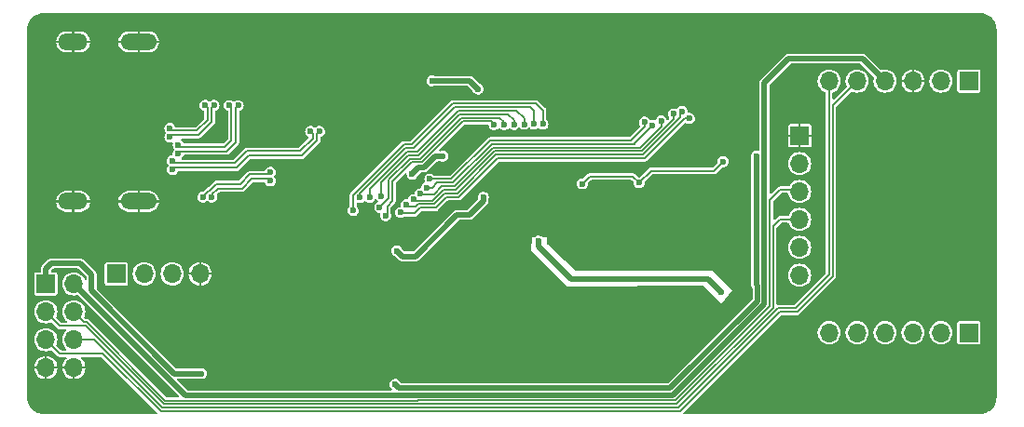
<source format=gbl>
G04 #@! TF.GenerationSoftware,KiCad,Pcbnew,8.0.6*
G04 #@! TF.CreationDate,2024-12-27T23:55:02+01:00*
G04 #@! TF.ProjectId,koyomi-hdmi-lvds,6b6f796f-6d69-42d6-9864-6d692d6c7664,rev?*
G04 #@! TF.SameCoordinates,Original*
G04 #@! TF.FileFunction,Copper,L2,Bot*
G04 #@! TF.FilePolarity,Positive*
%FSLAX46Y46*%
G04 Gerber Fmt 4.6, Leading zero omitted, Abs format (unit mm)*
G04 Created by KiCad (PCBNEW 8.0.6) date 2024-12-27 23:55:02*
%MOMM*%
%LPD*%
G01*
G04 APERTURE LIST*
G04 #@! TA.AperFunction,ComponentPad*
%ADD10R,1.700000X1.700000*%
G04 #@! TD*
G04 #@! TA.AperFunction,ComponentPad*
%ADD11O,1.700000X1.700000*%
G04 #@! TD*
G04 #@! TA.AperFunction,ComponentPad*
%ADD12O,3.300000X1.500000*%
G04 #@! TD*
G04 #@! TA.AperFunction,ComponentPad*
%ADD13O,2.700000X1.500000*%
G04 #@! TD*
G04 #@! TA.AperFunction,ViaPad*
%ADD14C,0.600000*%
G04 #@! TD*
G04 #@! TA.AperFunction,Conductor*
%ADD15C,0.500000*%
G04 #@! TD*
G04 #@! TA.AperFunction,Conductor*
%ADD16C,0.200000*%
G04 #@! TD*
G04 APERTURE END LIST*
D10*
X68270000Y-71335000D03*
D11*
X70810000Y-71335000D03*
X68270000Y-73875000D03*
X70810000Y-73875000D03*
X68270000Y-76415000D03*
X70810000Y-76415000D03*
X68270000Y-78955000D03*
X70810000Y-78955000D03*
D12*
X76710000Y-49320000D03*
D13*
X70750000Y-49320000D03*
D12*
X76710000Y-63820000D03*
D13*
X70750000Y-63820000D03*
D10*
X74670000Y-70410000D03*
D11*
X77210000Y-70410000D03*
X79750000Y-70410000D03*
X82290000Y-70410000D03*
X136770000Y-67995000D03*
X136770000Y-70535000D03*
X149610000Y-52875000D03*
D10*
X152150000Y-52875000D03*
D11*
X144530000Y-52875000D03*
X141990000Y-52875000D03*
X139450000Y-52875000D03*
X136770000Y-60375000D03*
X136770000Y-62915000D03*
X136770000Y-65455000D03*
X139450000Y-75775000D03*
X141990000Y-75775000D03*
X144530000Y-75775000D03*
X147070000Y-75775000D03*
X149610000Y-75775000D03*
D10*
X152150000Y-75775000D03*
X136770000Y-57835000D03*
D11*
X147070000Y-52875000D03*
D14*
X91500000Y-63410000D03*
X101490000Y-48660000D03*
X80460000Y-61670000D03*
X75800000Y-60520000D03*
X101710000Y-62470000D03*
X70240000Y-52110000D03*
X126930000Y-62290000D03*
X136070000Y-55180000D03*
X153370000Y-50180000D03*
X147870000Y-51080000D03*
X126470000Y-76155000D03*
X87100000Y-63000000D03*
X90823921Y-69113447D03*
X90890000Y-65930000D03*
X93800000Y-56670000D03*
X118770000Y-76155000D03*
X103870000Y-55420000D03*
X108399566Y-57717494D03*
X148970000Y-50180000D03*
X127570000Y-76155000D03*
X69140000Y-51210000D03*
X101120000Y-63020000D03*
X125370000Y-77055000D03*
X127570000Y-75255000D03*
X144570000Y-50180000D03*
X91235735Y-58209999D03*
X84400000Y-63270000D03*
X106755000Y-64015000D03*
X126470000Y-74355000D03*
X122070000Y-76155000D03*
X85350000Y-54237156D03*
X105150000Y-77430000D03*
X86180000Y-66940000D03*
X90040000Y-52220000D03*
X114190000Y-61140000D03*
X125130000Y-62320000D03*
X120970000Y-78855000D03*
X75800000Y-57630000D03*
X109450000Y-57590000D03*
X69140000Y-52110000D03*
X121710000Y-56840000D03*
X79330000Y-61730000D03*
X127570000Y-77055000D03*
X145670000Y-50180000D03*
X95660000Y-70690000D03*
X123170000Y-77055000D03*
X137170000Y-55180000D03*
X86080000Y-69020000D03*
X96795500Y-49530000D03*
X120970000Y-77055000D03*
X87610000Y-52760000D03*
X118770000Y-77080000D03*
X102280000Y-61850000D03*
X138270000Y-56080000D03*
X151170000Y-50180000D03*
X145670000Y-51080000D03*
X75810000Y-59100000D03*
X119870000Y-77955000D03*
X118230000Y-55280000D03*
X126940000Y-60100000D03*
X91568631Y-54409052D03*
X128020000Y-54860000D03*
X81950000Y-55760000D03*
X134970000Y-56080000D03*
X119870000Y-76155000D03*
X71340000Y-52110000D03*
X70240000Y-51210000D03*
X88800000Y-56270000D03*
X153370000Y-51080000D03*
X125220000Y-60230000D03*
X75790000Y-56100000D03*
X101642108Y-67762398D03*
X123170000Y-76155000D03*
X150070000Y-51080000D03*
X120970000Y-76155000D03*
X125370000Y-76155000D03*
X110920000Y-60580000D03*
X144570000Y-51080000D03*
X122070000Y-77055000D03*
X124400000Y-55150000D03*
X110370000Y-57620000D03*
X146770000Y-51080000D03*
X91320000Y-60810000D03*
X81570000Y-63200000D03*
X126470000Y-77055000D03*
X119870000Y-77055000D03*
X95270000Y-52400000D03*
X86460612Y-60870196D03*
X109340000Y-54110000D03*
X119870000Y-78855000D03*
X94080000Y-70790000D03*
X137170000Y-56080000D03*
X87625425Y-58359999D03*
X152270000Y-51080000D03*
X113260000Y-71410000D03*
X75580000Y-53340000D03*
X126470000Y-75255000D03*
X120180000Y-55200000D03*
X71340000Y-51210000D03*
X82980000Y-64270000D03*
X83200000Y-54210000D03*
X87630000Y-54310000D03*
X93410000Y-65120000D03*
X148970000Y-51080000D03*
X84370000Y-61470000D03*
X101993178Y-69638857D03*
X136070000Y-56080000D03*
X138270000Y-55180000D03*
X124270000Y-76155000D03*
X99910000Y-65400000D03*
X111290000Y-57560000D03*
X146770000Y-50180000D03*
X151170000Y-51080000D03*
X120970000Y-77955000D03*
X84240000Y-55710000D03*
X116030000Y-54895000D03*
X124270000Y-77055000D03*
X134970000Y-55180000D03*
X93900000Y-58150000D03*
X126460000Y-54870000D03*
X152270000Y-50180000D03*
X126470000Y-57200000D03*
X87450000Y-75510000D03*
X118170000Y-62170000D03*
X122520000Y-54970000D03*
X100110000Y-52450000D03*
X150070000Y-50180000D03*
X100430000Y-63450000D03*
X147870000Y-50180000D03*
X101560000Y-61350000D03*
X104350000Y-59710000D03*
X100150000Y-68320000D03*
X108020000Y-63440000D03*
X103360000Y-52850000D03*
X107540000Y-53590000D03*
X117030000Y-62220000D03*
X100010000Y-80470000D03*
X129820000Y-60200000D03*
X82400000Y-79490000D03*
X122169762Y-62128275D03*
X132820000Y-59697500D03*
X83550000Y-55080000D03*
X79551784Y-57970000D03*
X80310175Y-59470000D03*
X85740000Y-55100000D03*
X82550000Y-63430000D03*
X88666611Y-61159999D03*
X84940000Y-55100000D03*
X80310175Y-58670000D03*
X83350000Y-63430000D03*
X88666611Y-61959999D03*
X82750000Y-55080000D03*
X79551784Y-57170000D03*
X79785878Y-60930000D03*
X93131997Y-57451495D03*
X79785878Y-60130000D03*
X92331997Y-57451495D03*
X112620000Y-56780000D03*
X96820000Y-63470000D03*
X109020000Y-56840000D03*
X99150000Y-65120000D03*
X109920000Y-56840000D03*
X98604433Y-64356389D03*
X101660000Y-63650000D03*
X125320000Y-55864511D03*
X100520000Y-64830000D03*
X126747235Y-56267235D03*
X113437999Y-56782001D03*
X96195947Y-64650000D03*
X126100000Y-55640000D03*
X100980000Y-64130000D03*
X124180000Y-56480000D03*
X102290000Y-63140000D03*
X123405735Y-56915735D03*
X102862985Y-62581707D03*
X111740000Y-56800000D03*
X97680000Y-63460000D03*
X98729933Y-63339933D03*
X110820000Y-56830000D03*
X103160000Y-61790000D03*
X122660000Y-56610000D03*
X129677500Y-72062500D03*
X113040000Y-67420000D03*
D15*
X102624820Y-60742000D02*
X103656820Y-59710000D01*
X102148000Y-60742000D02*
X102624820Y-60742000D01*
X103656820Y-59710000D02*
X104350000Y-59710000D01*
X101560000Y-61350000D02*
X101560000Y-61330000D01*
X101560000Y-61330000D02*
X102148000Y-60742000D01*
X107540000Y-53590000D02*
X106800000Y-52850000D01*
X108020000Y-63810661D02*
X106780661Y-65050000D01*
X108020000Y-63440000D02*
X108020000Y-63810661D01*
X101850000Y-68820000D02*
X100650000Y-68820000D01*
X105620000Y-65050000D02*
X101850000Y-68820000D01*
X106780661Y-65050000D02*
X105620000Y-65050000D01*
X100650000Y-68820000D02*
X100150000Y-68320000D01*
X106800000Y-52850000D02*
X103360000Y-52850000D01*
X100010000Y-80470000D02*
X100368000Y-80828000D01*
X125010288Y-80828000D02*
X132943000Y-72895288D01*
X100368000Y-80828000D02*
X125010288Y-80828000D01*
X79970000Y-79490000D02*
X72430000Y-71950000D01*
D16*
X121611487Y-61570000D02*
X117680000Y-61570000D01*
X123248037Y-61050000D02*
X128970000Y-61050000D01*
D15*
X68295000Y-69930000D02*
X68295000Y-71310000D01*
D16*
X117680000Y-61570000D02*
X117030000Y-62220000D01*
D15*
X68770000Y-69455000D02*
X68295000Y-69930000D01*
X132820000Y-71397000D02*
X132820000Y-59697500D01*
X132943000Y-72895288D02*
X132943000Y-71520000D01*
D16*
X128970000Y-61050000D02*
X129820000Y-60200000D01*
X122169762Y-62128275D02*
X121611487Y-61570000D01*
D15*
X71395000Y-69455000D02*
X68770000Y-69455000D01*
D16*
X122169762Y-62128275D02*
X123248037Y-61050000D01*
D15*
X72430000Y-71950000D02*
X72430000Y-70490000D01*
X72430000Y-70490000D02*
X71395000Y-69455000D01*
X132943000Y-71520000D02*
X132820000Y-71397000D01*
X82400000Y-79490000D02*
X79970000Y-79490000D01*
D16*
X79751784Y-57770000D02*
X80266928Y-57770000D01*
X80276928Y-57780000D02*
X82132844Y-57780000D01*
X83350000Y-56562844D02*
X83350000Y-55280000D01*
X79551784Y-57970000D02*
X79751784Y-57770000D01*
X82132844Y-57780000D02*
X83350000Y-56562844D01*
X83350000Y-55280000D02*
X83550000Y-55080000D01*
X80266928Y-57770000D02*
X80276928Y-57780000D01*
X84699171Y-59270000D02*
X80510175Y-59270000D01*
X80510175Y-59270000D02*
X80310175Y-59470000D01*
X85540000Y-58429171D02*
X85540000Y-55300000D01*
X85740000Y-55100000D02*
X85540000Y-55300000D01*
X84699171Y-59270000D02*
X85540000Y-58429171D01*
X82750000Y-63181471D02*
X82750000Y-63230000D01*
X88466611Y-61359999D02*
X86807157Y-61359999D01*
X86807157Y-61359999D02*
X85917156Y-62250000D01*
X83101471Y-62830000D02*
X82750000Y-63181471D01*
X82750000Y-63230000D02*
X82550000Y-63430000D01*
X85917156Y-62250000D02*
X83730000Y-62250000D01*
X83730000Y-62250000D02*
X83150000Y-62830000D01*
X83150000Y-62830000D02*
X83101471Y-62830000D01*
X88666611Y-61159999D02*
X88466611Y-61359999D01*
X84533483Y-58870000D02*
X80510175Y-58870000D01*
X85140000Y-58263483D02*
X85140000Y-55300000D01*
X80510175Y-58870000D02*
X80310175Y-58670000D01*
X84940000Y-55100000D02*
X85140000Y-55300000D01*
X84533483Y-58870000D02*
X85140000Y-58263483D01*
X88666611Y-61959999D02*
X88466611Y-61759999D01*
X83350000Y-63195686D02*
X83350000Y-63430000D01*
X86972845Y-61759999D02*
X86082844Y-62650000D01*
X83895686Y-62650000D02*
X83350000Y-63195686D01*
X86082844Y-62650000D02*
X83895686Y-62650000D01*
X88466611Y-61759999D02*
X86972845Y-61759999D01*
X80430000Y-57380000D02*
X81967156Y-57380000D01*
X81967156Y-57380000D02*
X82950000Y-56397156D01*
X79751784Y-57370000D02*
X80420000Y-57370000D01*
X82950000Y-56397156D02*
X82950000Y-55280000D01*
X79551784Y-57170000D02*
X79751784Y-57370000D01*
X80420000Y-57370000D02*
X80430000Y-57380000D01*
X82950000Y-55280000D02*
X82750000Y-55080000D01*
X79985878Y-60730000D02*
X85640000Y-60730000D01*
X92931997Y-58270847D02*
X92931997Y-57651495D01*
X92931997Y-57651495D02*
X93131997Y-57451495D01*
X79785878Y-60930000D02*
X79985878Y-60730000D01*
X91572844Y-59630000D02*
X92931997Y-58270847D01*
X86740000Y-59630000D02*
X91572844Y-59630000D01*
X85640000Y-60730000D02*
X86740000Y-59630000D01*
X86570000Y-59230000D02*
X91407156Y-59230000D01*
X92531997Y-57651495D02*
X92331997Y-57451495D01*
X85470000Y-60330000D02*
X86570000Y-59230000D01*
X79985878Y-60330000D02*
X85470000Y-60330000D01*
X91407156Y-59230000D02*
X92531997Y-58105159D01*
X92531997Y-58105159D02*
X92531997Y-57651495D01*
X79785878Y-60130000D02*
X79985878Y-60330000D01*
X112620000Y-55570000D02*
X112277000Y-55227000D01*
X105385448Y-55227000D02*
X101655448Y-58957000D01*
X101655448Y-58957000D02*
X100946919Y-58957000D01*
X96820000Y-63083919D02*
X96820000Y-63470000D01*
X100946919Y-58957000D02*
X96820000Y-63083919D01*
X112620000Y-56780000D02*
X112620000Y-55570000D01*
X112277000Y-55227000D02*
X105385448Y-55227000D01*
X109020000Y-56840000D02*
X108715000Y-56535000D01*
X102427240Y-60265000D02*
X101488711Y-60265000D01*
X106157240Y-56535000D02*
X102427240Y-60265000D01*
X99757000Y-61996711D02*
X99757000Y-63783000D01*
X101488711Y-60265000D02*
X99757000Y-61996711D01*
X99290000Y-64980000D02*
X99150000Y-65120000D01*
X99757000Y-63783000D02*
X99290000Y-64250000D01*
X99290000Y-64250000D02*
X99290000Y-64980000D01*
X108715000Y-56535000D02*
X106157240Y-56535000D01*
X102291792Y-59938000D02*
X101353263Y-59938000D01*
X101353263Y-59938000D02*
X99430000Y-61861263D01*
X109920000Y-56620000D02*
X109508000Y-56208000D01*
X99430000Y-61861263D02*
X99430000Y-63530822D01*
X106021792Y-56208000D02*
X102291792Y-59938000D01*
X109920000Y-56840000D02*
X109920000Y-56620000D01*
X109508000Y-56208000D02*
X106021792Y-56208000D01*
X99430000Y-63530822D02*
X98604433Y-64356389D01*
X104391448Y-62771000D02*
X105526344Y-62771000D01*
X109051344Y-59246000D02*
X122399104Y-59246000D01*
X101750000Y-63740000D02*
X103422448Y-63740000D01*
X122399104Y-59246000D02*
X125320000Y-56325104D01*
X103422448Y-63740000D02*
X104391448Y-62771000D01*
X101660000Y-63650000D02*
X101750000Y-63740000D01*
X125320000Y-56325104D02*
X125320000Y-55864511D01*
X105526344Y-62771000D02*
X109051344Y-59246000D01*
X105797240Y-63425000D02*
X109322240Y-59900000D01*
X100610000Y-64920000D02*
X101794000Y-64920000D01*
X122670000Y-59900000D02*
X126302765Y-56267235D01*
X103693344Y-64394000D02*
X104662344Y-63425000D01*
X104662344Y-63425000D02*
X105797240Y-63425000D01*
X109322240Y-59900000D02*
X122670000Y-59900000D01*
X101794000Y-64920000D02*
X102320000Y-64394000D01*
X100520000Y-64830000D02*
X100610000Y-64920000D01*
X102320000Y-64394000D02*
X103693344Y-64394000D01*
X126302765Y-56267235D02*
X126747235Y-56267235D01*
X96195947Y-63245524D02*
X96195947Y-64650000D01*
X113437999Y-56782001D02*
X113437999Y-55537999D01*
X101520000Y-58630000D02*
X100811471Y-58630000D01*
X113437999Y-55537999D02*
X112800000Y-54900000D01*
X100811471Y-58630000D02*
X96195947Y-63245524D01*
X112800000Y-54900000D02*
X105250000Y-54900000D01*
X105250000Y-54900000D02*
X101520000Y-58630000D01*
X100980000Y-64130000D02*
X101100000Y-64250000D01*
X105661792Y-63098000D02*
X109186792Y-59573000D01*
X109186792Y-59573000D02*
X122534552Y-59573000D01*
X122534552Y-59573000D02*
X125920000Y-56187552D01*
X101908529Y-64250000D02*
X102091529Y-64067000D01*
X103557896Y-64067000D02*
X104526896Y-63098000D01*
X101100000Y-64250000D02*
X101908529Y-64250000D01*
X125920000Y-56187552D02*
X125920000Y-55820000D01*
X104526896Y-63098000D02*
X105661792Y-63098000D01*
X102091529Y-64067000D02*
X103557896Y-64067000D01*
X125920000Y-55820000D02*
X126100000Y-55640000D01*
X122251000Y-58919000D02*
X108915896Y-58919000D01*
X104256000Y-62444000D02*
X103518293Y-63181707D01*
X105390896Y-62444000D02*
X104256000Y-62444000D01*
X103518293Y-63181707D02*
X102331707Y-63181707D01*
X124180000Y-56990000D02*
X122251000Y-58919000D01*
X102331707Y-63181707D02*
X102290000Y-63140000D01*
X108915896Y-58919000D02*
X105390896Y-62444000D01*
X124180000Y-56480000D02*
X124180000Y-56990000D01*
X108780448Y-58592000D02*
X105255448Y-62117000D01*
X121795000Y-58525000D02*
X121796470Y-58525000D01*
X103833000Y-62117000D02*
X103368293Y-62581707D01*
X121796470Y-58525000D02*
X123405735Y-56915735D01*
X105255448Y-62117000D02*
X103833000Y-62117000D01*
X121728000Y-58592000D02*
X108780448Y-58592000D01*
X121728000Y-58592000D02*
X121795000Y-58525000D01*
X103368293Y-62581707D02*
X102862985Y-62581707D01*
X102020896Y-59284000D02*
X105750896Y-55554000D01*
X97680000Y-63460000D02*
X97680000Y-62686367D01*
X111740000Y-56270000D02*
X111740000Y-56800000D01*
X105750896Y-55554000D02*
X111024000Y-55554000D01*
X111024000Y-55554000D02*
X111740000Y-56270000D01*
X97680000Y-62686367D02*
X101082367Y-59284000D01*
X101082367Y-59284000D02*
X102020896Y-59284000D01*
X98729933Y-62098882D02*
X101217815Y-59611000D01*
X110820000Y-56430000D02*
X110820000Y-56830000D01*
X110271000Y-55881000D02*
X110820000Y-56430000D01*
X98729933Y-63339933D02*
X98729933Y-62098882D01*
X105886344Y-55881000D02*
X110271000Y-55881000D01*
X101217815Y-59611000D02*
X102156344Y-59611000D01*
X102156344Y-59611000D02*
X105886344Y-55881000D01*
X108645000Y-58265000D02*
X105120000Y-61790000D01*
X122660000Y-56610000D02*
X122660000Y-57049552D01*
X105120000Y-61790000D02*
X103160000Y-61790000D01*
X122660000Y-57049552D02*
X121444552Y-58265000D01*
X121444552Y-58265000D02*
X108645000Y-58265000D01*
D15*
X113040000Y-67920000D02*
X113040000Y-67420000D01*
X128475000Y-70860000D02*
X115980000Y-70860000D01*
X129677500Y-72062500D02*
X128475000Y-70860000D01*
X115980000Y-70860000D02*
X113040000Y-67920000D01*
D16*
X71992896Y-74826000D02*
X71761000Y-74826000D01*
X102051420Y-81953000D02*
X79119896Y-81953000D01*
X102072420Y-81932000D02*
X102051420Y-81953000D01*
X125467580Y-81932000D02*
X102072420Y-81932000D01*
X134047000Y-73352580D02*
X125467580Y-81932000D01*
X134047000Y-63678000D02*
X134047000Y-73352580D01*
X136610000Y-62755000D02*
X134970000Y-62755000D01*
X79119896Y-81953000D02*
X71992896Y-74826000D01*
X134970000Y-62755000D02*
X134047000Y-63678000D01*
X71761000Y-74826000D02*
X70810000Y-73875000D01*
X134970000Y-65455000D02*
X134374000Y-66051000D01*
X134374000Y-66051000D02*
X134374000Y-73501000D01*
X136770000Y-65455000D02*
X134970000Y-65455000D01*
X78984448Y-82280000D02*
X71857448Y-75153000D01*
X69548000Y-75153000D02*
X68270000Y-73875000D01*
X134374000Y-73501000D02*
X125595000Y-82280000D01*
X125595000Y-82280000D02*
X78984448Y-82280000D01*
X71857448Y-75153000D02*
X69548000Y-75153000D01*
X125743000Y-82607000D02*
X134820000Y-73530000D01*
X136395000Y-73530000D02*
X139450000Y-70475000D01*
X139450000Y-70475000D02*
X139450000Y-52875000D01*
X73266000Y-77024000D02*
X72657000Y-76415000D01*
X73266000Y-77024000D02*
X78849000Y-82607000D01*
X134820000Y-73530000D02*
X136395000Y-73530000D01*
X78849000Y-82607000D02*
X125743000Y-82607000D01*
X72657000Y-76415000D02*
X70810000Y-76415000D01*
X139777000Y-70623000D02*
X136543000Y-73857000D01*
X136543000Y-73857000D02*
X134955448Y-73857000D01*
X125878448Y-82934000D02*
X78713552Y-82934000D01*
X73459552Y-77680000D02*
X69545000Y-77680000D01*
X78713552Y-82934000D02*
X73459552Y-77680000D01*
X69545000Y-77680000D02*
X68280000Y-76415000D01*
X139777000Y-55088000D02*
X139777000Y-70623000D01*
X141990000Y-52875000D02*
X139777000Y-55088000D01*
X134955448Y-73857000D02*
X125878448Y-82934000D01*
D15*
X133570000Y-73155000D02*
X133570000Y-53030000D01*
X101853840Y-81476000D02*
X101874840Y-81455000D01*
X125270000Y-81455000D02*
X133570000Y-73155000D01*
X101874840Y-81455000D02*
X125270000Y-81455000D01*
X80951000Y-81476000D02*
X101853840Y-81476000D01*
X135770000Y-50830000D02*
X142485000Y-50830000D01*
X70810000Y-71335000D02*
X80951000Y-81476000D01*
X142485000Y-50830000D02*
X144530000Y-52875000D01*
X133570000Y-53030000D02*
X135770000Y-50830000D01*
G04 #@! TA.AperFunction,Conductor*
G36*
X153173522Y-46680752D02*
G01*
X153198505Y-46682538D01*
X153376345Y-46695258D01*
X153390308Y-46697265D01*
X153585549Y-46739737D01*
X153599088Y-46743713D01*
X153786292Y-46813537D01*
X153799118Y-46819394D01*
X153974476Y-46915146D01*
X153986356Y-46922781D01*
X154146294Y-47042509D01*
X154156966Y-47051756D01*
X154298243Y-47193033D01*
X154307493Y-47203709D01*
X154427218Y-47363643D01*
X154434854Y-47375525D01*
X154530602Y-47550875D01*
X154536466Y-47563715D01*
X154606284Y-47750904D01*
X154610264Y-47764457D01*
X154652732Y-47959681D01*
X154654742Y-47973662D01*
X154669248Y-48176476D01*
X154669500Y-48183539D01*
X154669500Y-81676460D01*
X154669248Y-81683523D01*
X154654742Y-81886337D01*
X154652732Y-81900318D01*
X154610264Y-82095542D01*
X154606284Y-82109095D01*
X154536466Y-82296284D01*
X154530598Y-82309133D01*
X154434854Y-82484474D01*
X154427218Y-82496356D01*
X154307493Y-82656290D01*
X154298243Y-82666966D01*
X154156966Y-82808243D01*
X154146290Y-82817493D01*
X153986356Y-82937218D01*
X153974474Y-82944854D01*
X153799133Y-83040598D01*
X153786284Y-83046466D01*
X153599095Y-83116284D01*
X153585542Y-83120264D01*
X153390318Y-83162732D01*
X153376337Y-83164742D01*
X153173523Y-83179248D01*
X153166460Y-83179500D01*
X126296927Y-83179500D01*
X126238736Y-83160593D01*
X126202772Y-83111093D01*
X126202772Y-83049907D01*
X126226923Y-83010496D01*
X133462423Y-75774996D01*
X138394417Y-75774996D01*
X138394417Y-75775003D01*
X138414698Y-75980929D01*
X138414699Y-75980934D01*
X138474768Y-76178954D01*
X138572316Y-76361452D01*
X138703585Y-76521404D01*
X138703590Y-76521410D01*
X138703595Y-76521414D01*
X138863547Y-76652683D01*
X138863548Y-76652683D01*
X138863550Y-76652685D01*
X139046046Y-76750232D01*
X139183997Y-76792078D01*
X139244065Y-76810300D01*
X139244070Y-76810301D01*
X139449997Y-76830583D01*
X139450000Y-76830583D01*
X139450003Y-76830583D01*
X139655929Y-76810301D01*
X139655934Y-76810300D01*
X139853954Y-76750232D01*
X140036450Y-76652685D01*
X140196410Y-76521410D01*
X140327685Y-76361450D01*
X140425232Y-76178954D01*
X140485300Y-75980934D01*
X140485301Y-75980929D01*
X140505583Y-75775003D01*
X140505583Y-75774996D01*
X140934417Y-75774996D01*
X140934417Y-75775003D01*
X140954698Y-75980929D01*
X140954699Y-75980934D01*
X141014768Y-76178954D01*
X141112316Y-76361452D01*
X141243585Y-76521404D01*
X141243590Y-76521410D01*
X141243595Y-76521414D01*
X141403547Y-76652683D01*
X141403548Y-76652683D01*
X141403550Y-76652685D01*
X141586046Y-76750232D01*
X141723997Y-76792078D01*
X141784065Y-76810300D01*
X141784070Y-76810301D01*
X141989997Y-76830583D01*
X141990000Y-76830583D01*
X141990003Y-76830583D01*
X142195929Y-76810301D01*
X142195934Y-76810300D01*
X142393954Y-76750232D01*
X142576450Y-76652685D01*
X142736410Y-76521410D01*
X142867685Y-76361450D01*
X142965232Y-76178954D01*
X143025300Y-75980934D01*
X143025301Y-75980929D01*
X143045583Y-75775003D01*
X143045583Y-75774996D01*
X143474417Y-75774996D01*
X143474417Y-75775003D01*
X143494698Y-75980929D01*
X143494699Y-75980934D01*
X143554768Y-76178954D01*
X143652316Y-76361452D01*
X143783585Y-76521404D01*
X143783590Y-76521410D01*
X143783595Y-76521414D01*
X143943547Y-76652683D01*
X143943548Y-76652683D01*
X143943550Y-76652685D01*
X144126046Y-76750232D01*
X144263997Y-76792078D01*
X144324065Y-76810300D01*
X144324070Y-76810301D01*
X144529997Y-76830583D01*
X144530000Y-76830583D01*
X144530003Y-76830583D01*
X144735929Y-76810301D01*
X144735934Y-76810300D01*
X144933954Y-76750232D01*
X145116450Y-76652685D01*
X145276410Y-76521410D01*
X145407685Y-76361450D01*
X145505232Y-76178954D01*
X145565300Y-75980934D01*
X145565301Y-75980929D01*
X145585583Y-75775003D01*
X145585583Y-75774996D01*
X146014417Y-75774996D01*
X146014417Y-75775003D01*
X146034698Y-75980929D01*
X146034699Y-75980934D01*
X146094768Y-76178954D01*
X146192316Y-76361452D01*
X146323585Y-76521404D01*
X146323590Y-76521410D01*
X146323595Y-76521414D01*
X146483547Y-76652683D01*
X146483548Y-76652683D01*
X146483550Y-76652685D01*
X146666046Y-76750232D01*
X146803997Y-76792078D01*
X146864065Y-76810300D01*
X146864070Y-76810301D01*
X147069997Y-76830583D01*
X147070000Y-76830583D01*
X147070003Y-76830583D01*
X147275929Y-76810301D01*
X147275934Y-76810300D01*
X147473954Y-76750232D01*
X147656450Y-76652685D01*
X147816410Y-76521410D01*
X147947685Y-76361450D01*
X148045232Y-76178954D01*
X148105300Y-75980934D01*
X148105301Y-75980929D01*
X148125583Y-75775003D01*
X148125583Y-75774996D01*
X148554417Y-75774996D01*
X148554417Y-75775003D01*
X148574698Y-75980929D01*
X148574699Y-75980934D01*
X148634768Y-76178954D01*
X148732316Y-76361452D01*
X148863585Y-76521404D01*
X148863590Y-76521410D01*
X148863595Y-76521414D01*
X149023547Y-76652683D01*
X149023548Y-76652683D01*
X149023550Y-76652685D01*
X149206046Y-76750232D01*
X149343997Y-76792078D01*
X149404065Y-76810300D01*
X149404070Y-76810301D01*
X149609997Y-76830583D01*
X149610000Y-76830583D01*
X149610003Y-76830583D01*
X149815929Y-76810301D01*
X149815934Y-76810300D01*
X150013954Y-76750232D01*
X150196450Y-76652685D01*
X150356410Y-76521410D01*
X150487685Y-76361450D01*
X150585232Y-76178954D01*
X150645300Y-75980934D01*
X150645301Y-75980929D01*
X150665583Y-75775003D01*
X150665583Y-75774996D01*
X150645301Y-75569070D01*
X150645300Y-75569065D01*
X150627078Y-75508997D01*
X150585232Y-75371046D01*
X150487685Y-75188550D01*
X150356410Y-75028590D01*
X150356404Y-75028585D01*
X150206123Y-74905253D01*
X151099500Y-74905253D01*
X151099500Y-76644746D01*
X151099501Y-76644758D01*
X151111132Y-76703227D01*
X151111134Y-76703233D01*
X151155445Y-76769548D01*
X151155448Y-76769552D01*
X151221769Y-76813867D01*
X151266231Y-76822711D01*
X151280241Y-76825498D01*
X151280246Y-76825498D01*
X151280252Y-76825500D01*
X151280253Y-76825500D01*
X153019747Y-76825500D01*
X153019748Y-76825500D01*
X153078231Y-76813867D01*
X153144552Y-76769552D01*
X153188867Y-76703231D01*
X153200500Y-76644748D01*
X153200500Y-74905252D01*
X153198921Y-74897316D01*
X153197711Y-74891231D01*
X153188867Y-74846769D01*
X153144552Y-74780448D01*
X153144548Y-74780445D01*
X153078233Y-74736134D01*
X153078231Y-74736133D01*
X153078228Y-74736132D01*
X153078227Y-74736132D01*
X153019758Y-74724501D01*
X153019748Y-74724500D01*
X151280252Y-74724500D01*
X151280251Y-74724500D01*
X151280241Y-74724501D01*
X151221772Y-74736132D01*
X151221766Y-74736134D01*
X151155451Y-74780445D01*
X151155445Y-74780451D01*
X151111134Y-74846766D01*
X151111132Y-74846772D01*
X151099501Y-74905241D01*
X151099500Y-74905253D01*
X150206123Y-74905253D01*
X150196452Y-74897316D01*
X150013954Y-74799768D01*
X149815934Y-74739699D01*
X149815929Y-74739698D01*
X149610003Y-74719417D01*
X149609997Y-74719417D01*
X149404070Y-74739698D01*
X149404065Y-74739699D01*
X149206045Y-74799768D01*
X149023547Y-74897316D01*
X148863595Y-75028585D01*
X148863585Y-75028595D01*
X148732316Y-75188547D01*
X148634768Y-75371045D01*
X148574699Y-75569065D01*
X148574698Y-75569070D01*
X148554417Y-75774996D01*
X148125583Y-75774996D01*
X148105301Y-75569070D01*
X148105300Y-75569065D01*
X148087078Y-75508997D01*
X148045232Y-75371046D01*
X147947685Y-75188550D01*
X147816410Y-75028590D01*
X147816404Y-75028585D01*
X147656452Y-74897316D01*
X147473954Y-74799768D01*
X147275934Y-74739699D01*
X147275929Y-74739698D01*
X147070003Y-74719417D01*
X147069997Y-74719417D01*
X146864070Y-74739698D01*
X146864065Y-74739699D01*
X146666045Y-74799768D01*
X146483547Y-74897316D01*
X146323595Y-75028585D01*
X146323585Y-75028595D01*
X146192316Y-75188547D01*
X146094768Y-75371045D01*
X146034699Y-75569065D01*
X146034698Y-75569070D01*
X146014417Y-75774996D01*
X145585583Y-75774996D01*
X145565301Y-75569070D01*
X145565300Y-75569065D01*
X145547078Y-75508997D01*
X145505232Y-75371046D01*
X145407685Y-75188550D01*
X145276410Y-75028590D01*
X145276404Y-75028585D01*
X145116452Y-74897316D01*
X144933954Y-74799768D01*
X144735934Y-74739699D01*
X144735929Y-74739698D01*
X144530003Y-74719417D01*
X144529997Y-74719417D01*
X144324070Y-74739698D01*
X144324065Y-74739699D01*
X144126045Y-74799768D01*
X143943547Y-74897316D01*
X143783595Y-75028585D01*
X143783585Y-75028595D01*
X143652316Y-75188547D01*
X143554768Y-75371045D01*
X143494699Y-75569065D01*
X143494698Y-75569070D01*
X143474417Y-75774996D01*
X143045583Y-75774996D01*
X143025301Y-75569070D01*
X143025300Y-75569065D01*
X143007078Y-75508997D01*
X142965232Y-75371046D01*
X142867685Y-75188550D01*
X142736410Y-75028590D01*
X142736404Y-75028585D01*
X142576452Y-74897316D01*
X142393954Y-74799768D01*
X142195934Y-74739699D01*
X142195929Y-74739698D01*
X141990003Y-74719417D01*
X141989997Y-74719417D01*
X141784070Y-74739698D01*
X141784065Y-74739699D01*
X141586045Y-74799768D01*
X141403547Y-74897316D01*
X141243595Y-75028585D01*
X141243585Y-75028595D01*
X141112316Y-75188547D01*
X141014768Y-75371045D01*
X140954699Y-75569065D01*
X140954698Y-75569070D01*
X140934417Y-75774996D01*
X140505583Y-75774996D01*
X140485301Y-75569070D01*
X140485300Y-75569065D01*
X140467078Y-75508997D01*
X140425232Y-75371046D01*
X140327685Y-75188550D01*
X140196410Y-75028590D01*
X140196404Y-75028585D01*
X140036452Y-74897316D01*
X139853954Y-74799768D01*
X139655934Y-74739699D01*
X139655929Y-74739698D01*
X139450003Y-74719417D01*
X139449997Y-74719417D01*
X139244070Y-74739698D01*
X139244065Y-74739699D01*
X139046045Y-74799768D01*
X138863547Y-74897316D01*
X138703595Y-75028585D01*
X138703585Y-75028595D01*
X138572316Y-75188547D01*
X138474768Y-75371045D01*
X138414699Y-75569065D01*
X138414698Y-75569070D01*
X138394417Y-75774996D01*
X133462423Y-75774996D01*
X135050923Y-74186496D01*
X135105440Y-74158719D01*
X135120927Y-74157500D01*
X136582563Y-74157500D01*
X136582563Y-74157499D01*
X136658989Y-74137021D01*
X136727511Y-74097460D01*
X136783460Y-74041511D01*
X140017460Y-70807511D01*
X140017463Y-70807506D01*
X140057020Y-70738992D01*
X140057020Y-70738990D01*
X140057022Y-70738988D01*
X140077500Y-70662562D01*
X140077500Y-70583438D01*
X140077500Y-55253478D01*
X140096407Y-55195287D01*
X140106490Y-55183480D01*
X141438784Y-53851185D01*
X141493299Y-53823410D01*
X141553731Y-53832981D01*
X141555454Y-53833881D01*
X141585172Y-53849765D01*
X141586046Y-53850232D01*
X141689500Y-53881614D01*
X141784065Y-53910300D01*
X141784070Y-53910301D01*
X141989997Y-53930583D01*
X141990000Y-53930583D01*
X141990003Y-53930583D01*
X142195929Y-53910301D01*
X142195934Y-53910300D01*
X142240286Y-53896846D01*
X142393954Y-53850232D01*
X142576450Y-53752685D01*
X142736410Y-53621410D01*
X142867685Y-53461450D01*
X142965232Y-53278954D01*
X143025300Y-53080934D01*
X143025301Y-53080929D01*
X143045583Y-52875003D01*
X143045583Y-52874996D01*
X143025301Y-52669070D01*
X143025300Y-52669065D01*
X142997777Y-52578335D01*
X142965232Y-52471046D01*
X142867685Y-52288550D01*
X142736410Y-52128590D01*
X142586123Y-52005253D01*
X142576452Y-51997316D01*
X142393954Y-51899768D01*
X142195934Y-51839699D01*
X142195929Y-51839698D01*
X141990003Y-51819417D01*
X141989997Y-51819417D01*
X141784070Y-51839698D01*
X141784065Y-51839699D01*
X141586045Y-51899768D01*
X141403547Y-51997316D01*
X141243595Y-52128585D01*
X141243585Y-52128595D01*
X141112316Y-52288547D01*
X141014768Y-52471045D01*
X140954699Y-52669065D01*
X140954698Y-52669070D01*
X140934417Y-52874996D01*
X140934417Y-52875003D01*
X140954698Y-53080929D01*
X140954699Y-53080934D01*
X141008294Y-53257611D01*
X141014768Y-53278954D01*
X141031118Y-53309543D01*
X141041874Y-53369775D01*
X141015173Y-53424826D01*
X141013812Y-53426215D01*
X139919504Y-54520524D01*
X139864987Y-54548301D01*
X139804555Y-54538730D01*
X139761290Y-54495465D01*
X139750500Y-54450520D01*
X139750500Y-53955037D01*
X139769407Y-53896846D01*
X139818907Y-53860882D01*
X139820739Y-53860307D01*
X139853954Y-53850232D01*
X140036450Y-53752685D01*
X140196410Y-53621410D01*
X140327685Y-53461450D01*
X140425232Y-53278954D01*
X140485300Y-53080934D01*
X140485301Y-53080929D01*
X140505583Y-52875003D01*
X140505583Y-52874996D01*
X140485301Y-52669070D01*
X140485300Y-52669065D01*
X140457777Y-52578335D01*
X140425232Y-52471046D01*
X140327685Y-52288550D01*
X140196410Y-52128590D01*
X140046123Y-52005253D01*
X140036452Y-51997316D01*
X139853954Y-51899768D01*
X139655934Y-51839699D01*
X139655929Y-51839698D01*
X139450003Y-51819417D01*
X139449997Y-51819417D01*
X139244070Y-51839698D01*
X139244065Y-51839699D01*
X139046045Y-51899768D01*
X138863547Y-51997316D01*
X138703595Y-52128585D01*
X138703585Y-52128595D01*
X138572316Y-52288547D01*
X138474768Y-52471045D01*
X138414699Y-52669065D01*
X138414698Y-52669070D01*
X138394417Y-52874996D01*
X138394417Y-52875003D01*
X138414698Y-53080929D01*
X138414699Y-53080934D01*
X138474768Y-53278954D01*
X138572316Y-53461452D01*
X138703302Y-53621059D01*
X138703590Y-53621410D01*
X138703595Y-53621414D01*
X138863547Y-53752683D01*
X138863548Y-53752683D01*
X138863550Y-53752685D01*
X139046046Y-53850232D01*
X139079237Y-53860300D01*
X139129434Y-53895284D01*
X139149481Y-53953092D01*
X139149500Y-53955037D01*
X139149500Y-70309521D01*
X139130593Y-70367712D01*
X139120504Y-70379525D01*
X136299525Y-73200504D01*
X136245008Y-73228281D01*
X136229521Y-73229500D01*
X134773949Y-73229500D01*
X134773949Y-73226404D01*
X134726240Y-73217550D01*
X134684134Y-73173158D01*
X134674500Y-73130559D01*
X134674500Y-70534996D01*
X135714417Y-70534996D01*
X135714417Y-70535003D01*
X135734698Y-70740929D01*
X135734699Y-70740934D01*
X135794768Y-70938954D01*
X135892316Y-71121452D01*
X135921009Y-71156414D01*
X136023590Y-71281410D01*
X136023595Y-71281414D01*
X136183547Y-71412683D01*
X136183548Y-71412683D01*
X136183550Y-71412685D01*
X136366046Y-71510232D01*
X136479380Y-71544611D01*
X136564065Y-71570300D01*
X136564070Y-71570301D01*
X136769997Y-71590583D01*
X136770000Y-71590583D01*
X136770003Y-71590583D01*
X136975929Y-71570301D01*
X136975934Y-71570300D01*
X137026322Y-71555015D01*
X137173954Y-71510232D01*
X137356450Y-71412685D01*
X137516410Y-71281410D01*
X137647685Y-71121450D01*
X137745232Y-70938954D01*
X137805300Y-70740934D01*
X137805301Y-70740929D01*
X137825583Y-70535003D01*
X137825583Y-70534996D01*
X137805301Y-70329070D01*
X137805300Y-70329065D01*
X137779402Y-70243691D01*
X137745232Y-70131046D01*
X137647685Y-69948550D01*
X137644012Y-69944075D01*
X137516414Y-69788595D01*
X137516410Y-69788590D01*
X137476838Y-69756114D01*
X137356452Y-69657316D01*
X137173954Y-69559768D01*
X136975934Y-69499699D01*
X136975929Y-69499698D01*
X136770003Y-69479417D01*
X136769997Y-69479417D01*
X136564070Y-69499698D01*
X136564065Y-69499699D01*
X136366045Y-69559768D01*
X136183547Y-69657316D01*
X136023595Y-69788585D01*
X136023585Y-69788595D01*
X135892316Y-69948547D01*
X135794768Y-70131045D01*
X135734699Y-70329065D01*
X135734698Y-70329070D01*
X135714417Y-70534996D01*
X134674500Y-70534996D01*
X134674500Y-67994996D01*
X135714417Y-67994996D01*
X135714417Y-67995003D01*
X135734698Y-68200929D01*
X135734699Y-68200934D01*
X135794768Y-68398954D01*
X135892316Y-68581452D01*
X135991365Y-68702144D01*
X136023590Y-68741410D01*
X136023595Y-68741414D01*
X136183547Y-68872683D01*
X136183548Y-68872683D01*
X136183550Y-68872685D01*
X136366046Y-68970232D01*
X136479014Y-69004500D01*
X136564065Y-69030300D01*
X136564070Y-69030301D01*
X136769997Y-69050583D01*
X136770000Y-69050583D01*
X136770003Y-69050583D01*
X136975929Y-69030301D01*
X136975934Y-69030300D01*
X136981169Y-69028712D01*
X137173954Y-68970232D01*
X137356450Y-68872685D01*
X137516410Y-68741410D01*
X137647685Y-68581450D01*
X137745232Y-68398954D01*
X137805300Y-68200934D01*
X137805301Y-68200929D01*
X137825583Y-67995003D01*
X137825583Y-67994996D01*
X137805301Y-67789070D01*
X137805300Y-67789065D01*
X137781852Y-67711768D01*
X137745232Y-67591046D01*
X137647685Y-67408550D01*
X137516410Y-67248590D01*
X137516404Y-67248585D01*
X137356452Y-67117316D01*
X137173954Y-67019768D01*
X136975934Y-66959699D01*
X136975929Y-66959698D01*
X136770003Y-66939417D01*
X136769997Y-66939417D01*
X136564070Y-66959698D01*
X136564065Y-66959699D01*
X136366045Y-67019768D01*
X136183547Y-67117316D01*
X136023595Y-67248585D01*
X136023585Y-67248595D01*
X135892316Y-67408547D01*
X135794768Y-67591045D01*
X135734699Y-67789065D01*
X135734698Y-67789070D01*
X135714417Y-67994996D01*
X134674500Y-67994996D01*
X134674500Y-66216479D01*
X134693407Y-66158288D01*
X134703496Y-66146475D01*
X135065475Y-65784496D01*
X135119992Y-65756719D01*
X135135479Y-65755500D01*
X135689963Y-65755500D01*
X135748154Y-65774407D01*
X135784118Y-65823907D01*
X135784700Y-65825763D01*
X135794767Y-65858952D01*
X135794768Y-65858954D01*
X135892316Y-66041452D01*
X136023585Y-66201404D01*
X136023590Y-66201410D01*
X136023595Y-66201414D01*
X136183547Y-66332683D01*
X136183548Y-66332683D01*
X136183550Y-66332685D01*
X136366046Y-66430232D01*
X136503997Y-66472078D01*
X136564065Y-66490300D01*
X136564070Y-66490301D01*
X136769997Y-66510583D01*
X136770000Y-66510583D01*
X136770003Y-66510583D01*
X136975929Y-66490301D01*
X136975934Y-66490300D01*
X137173954Y-66430232D01*
X137356450Y-66332685D01*
X137516410Y-66201410D01*
X137647685Y-66041450D01*
X137745232Y-65858954D01*
X137805300Y-65660934D01*
X137805301Y-65660929D01*
X137825583Y-65455003D01*
X137825583Y-65454996D01*
X137805301Y-65249070D01*
X137805300Y-65249065D01*
X137776608Y-65154481D01*
X137745232Y-65051046D01*
X137647685Y-64868550D01*
X137639195Y-64858205D01*
X137516414Y-64708595D01*
X137516410Y-64708590D01*
X137490764Y-64687543D01*
X137356452Y-64577316D01*
X137173954Y-64479768D01*
X136975934Y-64419699D01*
X136975929Y-64419698D01*
X136770003Y-64399417D01*
X136769997Y-64399417D01*
X136564070Y-64419698D01*
X136564065Y-64419699D01*
X136366045Y-64479768D01*
X136183547Y-64577316D01*
X136023595Y-64708585D01*
X136023585Y-64708595D01*
X135892316Y-64868547D01*
X135794768Y-65051045D01*
X135794767Y-65051047D01*
X135784700Y-65084237D01*
X135749716Y-65134434D01*
X135691908Y-65154481D01*
X135689963Y-65154500D01*
X134930435Y-65154500D01*
X134854012Y-65174978D01*
X134810637Y-65200021D01*
X134810636Y-65200020D01*
X134785488Y-65214540D01*
X134516503Y-65483525D01*
X134461987Y-65511302D01*
X134401555Y-65501731D01*
X134358290Y-65458466D01*
X134347500Y-65413521D01*
X134347500Y-63843479D01*
X134366407Y-63785288D01*
X134376496Y-63773475D01*
X135065475Y-63084496D01*
X135119992Y-63056719D01*
X135135479Y-63055500D01*
X135641427Y-63055500D01*
X135699618Y-63074407D01*
X135735582Y-63123907D01*
X135736164Y-63125762D01*
X135794768Y-63318954D01*
X135892316Y-63501452D01*
X136011118Y-63646213D01*
X136023590Y-63661410D01*
X136023595Y-63661414D01*
X136183547Y-63792683D01*
X136183548Y-63792683D01*
X136183550Y-63792685D01*
X136366046Y-63890232D01*
X136496980Y-63929950D01*
X136564065Y-63950300D01*
X136564070Y-63950301D01*
X136769997Y-63970583D01*
X136770000Y-63970583D01*
X136770003Y-63970583D01*
X136975929Y-63950301D01*
X136975934Y-63950300D01*
X137173954Y-63890232D01*
X137356450Y-63792685D01*
X137516410Y-63661410D01*
X137647685Y-63501450D01*
X137745232Y-63318954D01*
X137805300Y-63120934D01*
X137805301Y-63120929D01*
X137825583Y-62915003D01*
X137825583Y-62914996D01*
X137805301Y-62709070D01*
X137805300Y-62709065D01*
X137772866Y-62602144D01*
X137745232Y-62511046D01*
X137647685Y-62328550D01*
X137631094Y-62308334D01*
X137516414Y-62168595D01*
X137516410Y-62168590D01*
X137493106Y-62149465D01*
X137356452Y-62037316D01*
X137173954Y-61939768D01*
X136975934Y-61879699D01*
X136975929Y-61879698D01*
X136770003Y-61859417D01*
X136769997Y-61859417D01*
X136564070Y-61879698D01*
X136564065Y-61879699D01*
X136366045Y-61939768D01*
X136183547Y-62037316D01*
X136023595Y-62168585D01*
X136023585Y-62168595D01*
X135892316Y-62328547D01*
X135885049Y-62342143D01*
X135853245Y-62401646D01*
X135852965Y-62402169D01*
X135808859Y-62444575D01*
X135765655Y-62454500D01*
X134930435Y-62454500D01*
X134854011Y-62474978D01*
X134807136Y-62502042D01*
X134792629Y-62510418D01*
X134785493Y-62514537D01*
X134785489Y-62514540D01*
X134189504Y-63110525D01*
X134134987Y-63138302D01*
X134074555Y-63128731D01*
X134031290Y-63085466D01*
X134020500Y-63040521D01*
X134020500Y-60374996D01*
X135714417Y-60374996D01*
X135714417Y-60375003D01*
X135734698Y-60580929D01*
X135734699Y-60580934D01*
X135794768Y-60778954D01*
X135892316Y-60961452D01*
X136023585Y-61121404D01*
X136023590Y-61121410D01*
X136023595Y-61121414D01*
X136183547Y-61252683D01*
X136183548Y-61252683D01*
X136183550Y-61252685D01*
X136366046Y-61350232D01*
X136462518Y-61379496D01*
X136564065Y-61410300D01*
X136564070Y-61410301D01*
X136769997Y-61430583D01*
X136770000Y-61430583D01*
X136770003Y-61430583D01*
X136975929Y-61410301D01*
X136975934Y-61410300D01*
X136983984Y-61407858D01*
X137173954Y-61350232D01*
X137356450Y-61252685D01*
X137516410Y-61121410D01*
X137647685Y-60961450D01*
X137745232Y-60778954D01*
X137805300Y-60580934D01*
X137805301Y-60580929D01*
X137825583Y-60375003D01*
X137825583Y-60374996D01*
X137805301Y-60169070D01*
X137805300Y-60169065D01*
X137771470Y-60057543D01*
X137745232Y-59971046D01*
X137647685Y-59788550D01*
X137614289Y-59747857D01*
X137516414Y-59628595D01*
X137516410Y-59628590D01*
X137515363Y-59627731D01*
X137356452Y-59497316D01*
X137173954Y-59399768D01*
X136975934Y-59339699D01*
X136975929Y-59339698D01*
X136770003Y-59319417D01*
X136769997Y-59319417D01*
X136564070Y-59339698D01*
X136564065Y-59339699D01*
X136366045Y-59399768D01*
X136183547Y-59497316D01*
X136023595Y-59628585D01*
X136023585Y-59628595D01*
X135892316Y-59788547D01*
X135794768Y-59971045D01*
X135734699Y-60169065D01*
X135734698Y-60169070D01*
X135714417Y-60374996D01*
X134020500Y-60374996D01*
X134020500Y-56965299D01*
X135720000Y-56965299D01*
X135720000Y-57734999D01*
X135720001Y-57735000D01*
X136279157Y-57735000D01*
X136270000Y-57769174D01*
X136270000Y-57900826D01*
X136279157Y-57935000D01*
X135720001Y-57935000D01*
X135720000Y-57935001D01*
X135720000Y-58704700D01*
X135731603Y-58763036D01*
X135775806Y-58829189D01*
X135775810Y-58829193D01*
X135841963Y-58873396D01*
X135900299Y-58884999D01*
X135900303Y-58885000D01*
X136669999Y-58885000D01*
X136670000Y-58884999D01*
X136670000Y-58325842D01*
X136704174Y-58335000D01*
X136835826Y-58335000D01*
X136870000Y-58325842D01*
X136870000Y-58884999D01*
X136870001Y-58885000D01*
X137639697Y-58885000D01*
X137639700Y-58884999D01*
X137698036Y-58873396D01*
X137764189Y-58829193D01*
X137764193Y-58829189D01*
X137808396Y-58763036D01*
X137819999Y-58704700D01*
X137820000Y-58704697D01*
X137820000Y-57935001D01*
X137819999Y-57935000D01*
X137260843Y-57935000D01*
X137270000Y-57900826D01*
X137270000Y-57769174D01*
X137260843Y-57735000D01*
X137819999Y-57735000D01*
X137820000Y-57734999D01*
X137820000Y-56965302D01*
X137819999Y-56965299D01*
X137808396Y-56906963D01*
X137764193Y-56840810D01*
X137764189Y-56840806D01*
X137698036Y-56796603D01*
X137639700Y-56785000D01*
X136870001Y-56785000D01*
X136870000Y-56785001D01*
X136870000Y-57344157D01*
X136835826Y-57335000D01*
X136704174Y-57335000D01*
X136670000Y-57344157D01*
X136670000Y-56785001D01*
X136669999Y-56785000D01*
X135900299Y-56785000D01*
X135841963Y-56796603D01*
X135775810Y-56840806D01*
X135775806Y-56840810D01*
X135731603Y-56906963D01*
X135720000Y-56965299D01*
X134020500Y-56965299D01*
X134020500Y-53257611D01*
X134039407Y-53199420D01*
X134049496Y-53187607D01*
X135927608Y-51309496D01*
X135982125Y-51281719D01*
X135997612Y-51280500D01*
X142257389Y-51280500D01*
X142315580Y-51299407D01*
X142327393Y-51309496D01*
X143497489Y-52479593D01*
X143525266Y-52534110D01*
X143522222Y-52578335D01*
X143494699Y-52669065D01*
X143494698Y-52669070D01*
X143474417Y-52874996D01*
X143474417Y-52875003D01*
X143494698Y-53080929D01*
X143494699Y-53080934D01*
X143554768Y-53278954D01*
X143652316Y-53461452D01*
X143783302Y-53621059D01*
X143783590Y-53621410D01*
X143783595Y-53621414D01*
X143943547Y-53752683D01*
X143943548Y-53752683D01*
X143943550Y-53752685D01*
X144126046Y-53850232D01*
X144229500Y-53881614D01*
X144324065Y-53910300D01*
X144324070Y-53910301D01*
X144529997Y-53930583D01*
X144530000Y-53930583D01*
X144530003Y-53930583D01*
X144735929Y-53910301D01*
X144735934Y-53910300D01*
X144780286Y-53896846D01*
X144933954Y-53850232D01*
X145116450Y-53752685D01*
X145276410Y-53621410D01*
X145407685Y-53461450D01*
X145505232Y-53278954D01*
X145565300Y-53080934D01*
X145565301Y-53080929D01*
X145585583Y-52875003D01*
X145585583Y-52874996D01*
X145575734Y-52774999D01*
X146024767Y-52774999D01*
X146024768Y-52775000D01*
X146579157Y-52775000D01*
X146570000Y-52809174D01*
X146570000Y-52940826D01*
X146579157Y-52975000D01*
X146024767Y-52975000D01*
X146035190Y-53080831D01*
X146035191Y-53080836D01*
X146095232Y-53278762D01*
X146095234Y-53278767D01*
X146192724Y-53461160D01*
X146192731Y-53461170D01*
X146323940Y-53621050D01*
X146323949Y-53621059D01*
X146483829Y-53752268D01*
X146483839Y-53752275D01*
X146666232Y-53849765D01*
X146666237Y-53849767D01*
X146864166Y-53909808D01*
X146969998Y-53920231D01*
X146970000Y-53920230D01*
X146970000Y-53365842D01*
X147004174Y-53375000D01*
X147135826Y-53375000D01*
X147170000Y-53365842D01*
X147170000Y-53920230D01*
X147170001Y-53920231D01*
X147275833Y-53909808D01*
X147473762Y-53849767D01*
X147473767Y-53849765D01*
X147656160Y-53752275D01*
X147656170Y-53752268D01*
X147816050Y-53621059D01*
X147816059Y-53621050D01*
X147947268Y-53461170D01*
X147947275Y-53461160D01*
X148044765Y-53278767D01*
X148044767Y-53278762D01*
X148104808Y-53080836D01*
X148104809Y-53080831D01*
X148115232Y-52975000D01*
X147560843Y-52975000D01*
X147570000Y-52940826D01*
X147570000Y-52874996D01*
X148554417Y-52874996D01*
X148554417Y-52875003D01*
X148574698Y-53080929D01*
X148574699Y-53080934D01*
X148634768Y-53278954D01*
X148732316Y-53461452D01*
X148863302Y-53621059D01*
X148863590Y-53621410D01*
X148863595Y-53621414D01*
X149023547Y-53752683D01*
X149023548Y-53752683D01*
X149023550Y-53752685D01*
X149206046Y-53850232D01*
X149309500Y-53881614D01*
X149404065Y-53910300D01*
X149404070Y-53910301D01*
X149609997Y-53930583D01*
X149610000Y-53930583D01*
X149610003Y-53930583D01*
X149815929Y-53910301D01*
X149815934Y-53910300D01*
X149860286Y-53896846D01*
X150013954Y-53850232D01*
X150196450Y-53752685D01*
X150356410Y-53621410D01*
X150487685Y-53461450D01*
X150585232Y-53278954D01*
X150645300Y-53080934D01*
X150645301Y-53080929D01*
X150665583Y-52875003D01*
X150665583Y-52874996D01*
X150645301Y-52669070D01*
X150645300Y-52669065D01*
X150617777Y-52578335D01*
X150585232Y-52471046D01*
X150487685Y-52288550D01*
X150356410Y-52128590D01*
X150206123Y-52005253D01*
X151099500Y-52005253D01*
X151099500Y-53744746D01*
X151099501Y-53744758D01*
X151111132Y-53803227D01*
X151111134Y-53803233D01*
X151151318Y-53863371D01*
X151155448Y-53869552D01*
X151221769Y-53913867D01*
X151266231Y-53922711D01*
X151280241Y-53925498D01*
X151280246Y-53925498D01*
X151280252Y-53925500D01*
X151280253Y-53925500D01*
X153019747Y-53925500D01*
X153019748Y-53925500D01*
X153078231Y-53913867D01*
X153144552Y-53869552D01*
X153188867Y-53803231D01*
X153200500Y-53744748D01*
X153200500Y-52005252D01*
X153198921Y-51997316D01*
X153197711Y-51991231D01*
X153188867Y-51946769D01*
X153144552Y-51880448D01*
X153144548Y-51880445D01*
X153078233Y-51836134D01*
X153078231Y-51836133D01*
X153078228Y-51836132D01*
X153078227Y-51836132D01*
X153019758Y-51824501D01*
X153019748Y-51824500D01*
X151280252Y-51824500D01*
X151280251Y-51824500D01*
X151280241Y-51824501D01*
X151221772Y-51836132D01*
X151221766Y-51836134D01*
X151155451Y-51880445D01*
X151155445Y-51880451D01*
X151111134Y-51946766D01*
X151111132Y-51946772D01*
X151099501Y-52005241D01*
X151099500Y-52005253D01*
X150206123Y-52005253D01*
X150196452Y-51997316D01*
X150013954Y-51899768D01*
X149815934Y-51839699D01*
X149815929Y-51839698D01*
X149610003Y-51819417D01*
X149609997Y-51819417D01*
X149404070Y-51839698D01*
X149404065Y-51839699D01*
X149206045Y-51899768D01*
X149023547Y-51997316D01*
X148863595Y-52128585D01*
X148863585Y-52128595D01*
X148732316Y-52288547D01*
X148634768Y-52471045D01*
X148574699Y-52669065D01*
X148574698Y-52669070D01*
X148554417Y-52874996D01*
X147570000Y-52874996D01*
X147570000Y-52809174D01*
X147560843Y-52775000D01*
X148115232Y-52775000D01*
X148115232Y-52774999D01*
X148104809Y-52669168D01*
X148104808Y-52669163D01*
X148044767Y-52471237D01*
X148044765Y-52471232D01*
X147947275Y-52288839D01*
X147947268Y-52288829D01*
X147816059Y-52128949D01*
X147816050Y-52128940D01*
X147656170Y-51997731D01*
X147656160Y-51997724D01*
X147473767Y-51900234D01*
X147473762Y-51900232D01*
X147275836Y-51840191D01*
X147275831Y-51840190D01*
X147170000Y-51829767D01*
X147170000Y-52384157D01*
X147135826Y-52375000D01*
X147004174Y-52375000D01*
X146970000Y-52384157D01*
X146970000Y-51829767D01*
X146969999Y-51829767D01*
X146864168Y-51840190D01*
X146864163Y-51840191D01*
X146666237Y-51900232D01*
X146666232Y-51900234D01*
X146483839Y-51997724D01*
X146483829Y-51997731D01*
X146323949Y-52128940D01*
X146323940Y-52128949D01*
X146192731Y-52288829D01*
X146192724Y-52288839D01*
X146095234Y-52471232D01*
X146095232Y-52471237D01*
X146035191Y-52669163D01*
X146035190Y-52669168D01*
X146024767Y-52774999D01*
X145575734Y-52774999D01*
X145565301Y-52669070D01*
X145565300Y-52669065D01*
X145537777Y-52578335D01*
X145505232Y-52471046D01*
X145407685Y-52288550D01*
X145276410Y-52128590D01*
X145126123Y-52005253D01*
X145116452Y-51997316D01*
X144933954Y-51899768D01*
X144735934Y-51839699D01*
X144735929Y-51839698D01*
X144530003Y-51819417D01*
X144529997Y-51819417D01*
X144324070Y-51839698D01*
X144324065Y-51839699D01*
X144233335Y-51867222D01*
X144172161Y-51866021D01*
X144134593Y-51842489D01*
X144095051Y-51802947D01*
X142761614Y-50469511D01*
X142761611Y-50469509D01*
X142761610Y-50469508D01*
X142761609Y-50469507D01*
X142658890Y-50410202D01*
X142658886Y-50410200D01*
X142634673Y-50403712D01*
X142634673Y-50403713D01*
X142544309Y-50379500D01*
X135710691Y-50379500D01*
X135665508Y-50391606D01*
X135620325Y-50403713D01*
X135620324Y-50403712D01*
X135596115Y-50410200D01*
X135596113Y-50410200D01*
X135596113Y-50410201D01*
X135493391Y-50469507D01*
X135493386Y-50469510D01*
X133209508Y-52753389D01*
X133209507Y-52753390D01*
X133150200Y-52856112D01*
X133150200Y-52856113D01*
X133150201Y-52856114D01*
X133127503Y-52940826D01*
X133119500Y-52970692D01*
X133119500Y-59131562D01*
X133100593Y-59189753D01*
X133051093Y-59225717D01*
X132992609Y-59226552D01*
X132891964Y-59197000D01*
X132891961Y-59197000D01*
X132748039Y-59197000D01*
X132748035Y-59197000D01*
X132609949Y-59237546D01*
X132609942Y-59237549D01*
X132488873Y-59315355D01*
X132394622Y-59424128D01*
X132334834Y-59555043D01*
X132314353Y-59697497D01*
X132314353Y-59697502D01*
X132334833Y-59839954D01*
X132348286Y-59869411D01*
X132360553Y-59896271D01*
X132369500Y-59937397D01*
X132369500Y-71456309D01*
X132370623Y-71460500D01*
X132392174Y-71540932D01*
X132400201Y-71570888D01*
X132400202Y-71570890D01*
X132459507Y-71673609D01*
X132459509Y-71673611D01*
X132459511Y-71673614D01*
X132463505Y-71677608D01*
X132491281Y-71732123D01*
X132492500Y-71747610D01*
X132492500Y-72667677D01*
X132473593Y-72725868D01*
X132463504Y-72737681D01*
X124852681Y-80348504D01*
X124798164Y-80376281D01*
X124782677Y-80377500D01*
X100595611Y-80377500D01*
X100537420Y-80358593D01*
X100525607Y-80348504D01*
X100499822Y-80322719D01*
X100479776Y-80293846D01*
X100435377Y-80196627D01*
X100341128Y-80087857D01*
X100341127Y-80087856D01*
X100341126Y-80087855D01*
X100220057Y-80010049D01*
X100220054Y-80010047D01*
X100220053Y-80010047D01*
X100220050Y-80010046D01*
X100081964Y-79969500D01*
X100081961Y-79969500D01*
X99938039Y-79969500D01*
X99938035Y-79969500D01*
X99799949Y-80010046D01*
X99799942Y-80010049D01*
X99678873Y-80087855D01*
X99584622Y-80196628D01*
X99524834Y-80327543D01*
X99504353Y-80469997D01*
X99504353Y-80470002D01*
X99524834Y-80612456D01*
X99584622Y-80743371D01*
X99584623Y-80743373D01*
X99678872Y-80852143D01*
X99683509Y-80857494D01*
X99682415Y-80858441D01*
X99709935Y-80904079D01*
X99704697Y-80965040D01*
X99664629Y-81011280D01*
X99613507Y-81025500D01*
X81178612Y-81025500D01*
X81120421Y-81006593D01*
X81108608Y-80996504D01*
X80221608Y-80109504D01*
X80193831Y-80054987D01*
X80203402Y-79994555D01*
X80246667Y-79951290D01*
X80291612Y-79940500D01*
X82147712Y-79940500D01*
X82183083Y-79948195D01*
X82183153Y-79947958D01*
X82186468Y-79948931D01*
X82188838Y-79949447D01*
X82189943Y-79949951D01*
X82189944Y-79949951D01*
X82189947Y-79949953D01*
X82303939Y-79983423D01*
X82328035Y-79990499D01*
X82328036Y-79990499D01*
X82328039Y-79990500D01*
X82328041Y-79990500D01*
X82471959Y-79990500D01*
X82471961Y-79990500D01*
X82610053Y-79949953D01*
X82731128Y-79872143D01*
X82825377Y-79763373D01*
X82885165Y-79632457D01*
X82898290Y-79541170D01*
X82905647Y-79490002D01*
X82905647Y-79489997D01*
X82885165Y-79347543D01*
X82825377Y-79216627D01*
X82731128Y-79107857D01*
X82731127Y-79107856D01*
X82731126Y-79107855D01*
X82610057Y-79030049D01*
X82610054Y-79030047D01*
X82610053Y-79030047D01*
X82610050Y-79030046D01*
X82471964Y-78989500D01*
X82471961Y-78989500D01*
X82328039Y-78989500D01*
X82328035Y-78989500D01*
X82189943Y-79030048D01*
X82188838Y-79030553D01*
X82186468Y-79031068D01*
X82183153Y-79032042D01*
X82183083Y-79031804D01*
X82147712Y-79039500D01*
X80197611Y-79039500D01*
X80139420Y-79020593D01*
X80127607Y-79010504D01*
X72909496Y-71792393D01*
X72881719Y-71737876D01*
X72880500Y-71722389D01*
X72880500Y-70430691D01*
X72855149Y-70336082D01*
X72849799Y-70316113D01*
X72846270Y-70310000D01*
X72790492Y-70213390D01*
X72790490Y-70213388D01*
X72790489Y-70213386D01*
X72117356Y-69540253D01*
X73619500Y-69540253D01*
X73619500Y-71279746D01*
X73619501Y-71279758D01*
X73631132Y-71338227D01*
X73631134Y-71338233D01*
X73675445Y-71404548D01*
X73675448Y-71404552D01*
X73741769Y-71448867D01*
X73786231Y-71457711D01*
X73800241Y-71460498D01*
X73800246Y-71460498D01*
X73800252Y-71460500D01*
X73800253Y-71460500D01*
X75539747Y-71460500D01*
X75539748Y-71460500D01*
X75598231Y-71448867D01*
X75664552Y-71404552D01*
X75708867Y-71338231D01*
X75720500Y-71279748D01*
X75720500Y-70409996D01*
X76154417Y-70409996D01*
X76154417Y-70410003D01*
X76174698Y-70615929D01*
X76174699Y-70615934D01*
X76234768Y-70813954D01*
X76332316Y-70996452D01*
X76463302Y-71156059D01*
X76463590Y-71156410D01*
X76463595Y-71156414D01*
X76623547Y-71287683D01*
X76623548Y-71287683D01*
X76623550Y-71287685D01*
X76806046Y-71385232D01*
X76943997Y-71427078D01*
X77004065Y-71445300D01*
X77004070Y-71445301D01*
X77209997Y-71465583D01*
X77210000Y-71465583D01*
X77210003Y-71465583D01*
X77415929Y-71445301D01*
X77415934Y-71445300D01*
X77417556Y-71444808D01*
X77613954Y-71385232D01*
X77796450Y-71287685D01*
X77956410Y-71156410D01*
X78087685Y-70996450D01*
X78185232Y-70813954D01*
X78245300Y-70615934D01*
X78245301Y-70615929D01*
X78265583Y-70410003D01*
X78265583Y-70409996D01*
X78694417Y-70409996D01*
X78694417Y-70410003D01*
X78714698Y-70615929D01*
X78714699Y-70615934D01*
X78774768Y-70813954D01*
X78872316Y-70996452D01*
X79003302Y-71156059D01*
X79003590Y-71156410D01*
X79003595Y-71156414D01*
X79163547Y-71287683D01*
X79163548Y-71287683D01*
X79163550Y-71287685D01*
X79346046Y-71385232D01*
X79483997Y-71427078D01*
X79544065Y-71445300D01*
X79544070Y-71445301D01*
X79749997Y-71465583D01*
X79750000Y-71465583D01*
X79750003Y-71465583D01*
X79955929Y-71445301D01*
X79955934Y-71445300D01*
X79957556Y-71444808D01*
X80153954Y-71385232D01*
X80336450Y-71287685D01*
X80496410Y-71156410D01*
X80627685Y-70996450D01*
X80725232Y-70813954D01*
X80785300Y-70615934D01*
X80785301Y-70615929D01*
X80805583Y-70410003D01*
X80805583Y-70409996D01*
X80795734Y-70309999D01*
X81244767Y-70309999D01*
X81244768Y-70310000D01*
X81799157Y-70310000D01*
X81790000Y-70344174D01*
X81790000Y-70475826D01*
X81799157Y-70510000D01*
X81244767Y-70510000D01*
X81255190Y-70615831D01*
X81255191Y-70615836D01*
X81315232Y-70813762D01*
X81315234Y-70813767D01*
X81412724Y-70996160D01*
X81412731Y-70996170D01*
X81543940Y-71156050D01*
X81543949Y-71156059D01*
X81703829Y-71287268D01*
X81703839Y-71287275D01*
X81886232Y-71384765D01*
X81886237Y-71384767D01*
X82084166Y-71444808D01*
X82189998Y-71455231D01*
X82190000Y-71455230D01*
X82190000Y-70900842D01*
X82224174Y-70910000D01*
X82355826Y-70910000D01*
X82390000Y-70900842D01*
X82390000Y-71455230D01*
X82390001Y-71455231D01*
X82495833Y-71444808D01*
X82693762Y-71384767D01*
X82693767Y-71384765D01*
X82876160Y-71287275D01*
X82876170Y-71287268D01*
X83036050Y-71156059D01*
X83036059Y-71156050D01*
X83167268Y-70996170D01*
X83167275Y-70996160D01*
X83264765Y-70813767D01*
X83264767Y-70813762D01*
X83324808Y-70615836D01*
X83324809Y-70615831D01*
X83335232Y-70510000D01*
X82780843Y-70510000D01*
X82790000Y-70475826D01*
X82790000Y-70344174D01*
X82780843Y-70310000D01*
X83335232Y-70310000D01*
X83335232Y-70309999D01*
X83324809Y-70204168D01*
X83324808Y-70204163D01*
X83264767Y-70006237D01*
X83264765Y-70006232D01*
X83167275Y-69823839D01*
X83167268Y-69823829D01*
X83036059Y-69663949D01*
X83036050Y-69663940D01*
X82876170Y-69532731D01*
X82876160Y-69532724D01*
X82693767Y-69435234D01*
X82693762Y-69435232D01*
X82495836Y-69375191D01*
X82495831Y-69375190D01*
X82390000Y-69364767D01*
X82390000Y-69919157D01*
X82355826Y-69910000D01*
X82224174Y-69910000D01*
X82190000Y-69919157D01*
X82190000Y-69364767D01*
X82189999Y-69364767D01*
X82084168Y-69375190D01*
X82084163Y-69375191D01*
X81886237Y-69435232D01*
X81886232Y-69435234D01*
X81703839Y-69532724D01*
X81703829Y-69532731D01*
X81543949Y-69663940D01*
X81543940Y-69663949D01*
X81412731Y-69823829D01*
X81412724Y-69823839D01*
X81315234Y-70006232D01*
X81315232Y-70006237D01*
X81255191Y-70204163D01*
X81255190Y-70204168D01*
X81244767Y-70309999D01*
X80795734Y-70309999D01*
X80785301Y-70204070D01*
X80785300Y-70204065D01*
X80726401Y-70009901D01*
X80725232Y-70006046D01*
X80627685Y-69823550D01*
X80598998Y-69788595D01*
X80496414Y-69663595D01*
X80496410Y-69663590D01*
X80346123Y-69540253D01*
X80336452Y-69532316D01*
X80153954Y-69434768D01*
X79955934Y-69374699D01*
X79955929Y-69374698D01*
X79750003Y-69354417D01*
X79749997Y-69354417D01*
X79544070Y-69374698D01*
X79544065Y-69374699D01*
X79346045Y-69434768D01*
X79163547Y-69532316D01*
X79003595Y-69663585D01*
X79003585Y-69663595D01*
X78872316Y-69823547D01*
X78774768Y-70006045D01*
X78714699Y-70204065D01*
X78714698Y-70204070D01*
X78694417Y-70409996D01*
X78265583Y-70409996D01*
X78245301Y-70204070D01*
X78245300Y-70204065D01*
X78186401Y-70009901D01*
X78185232Y-70006046D01*
X78087685Y-69823550D01*
X78058998Y-69788595D01*
X77956414Y-69663595D01*
X77956410Y-69663590D01*
X77806123Y-69540253D01*
X77796452Y-69532316D01*
X77613954Y-69434768D01*
X77415934Y-69374699D01*
X77415929Y-69374698D01*
X77210003Y-69354417D01*
X77209997Y-69354417D01*
X77004070Y-69374698D01*
X77004065Y-69374699D01*
X76806045Y-69434768D01*
X76623547Y-69532316D01*
X76463595Y-69663585D01*
X76463585Y-69663595D01*
X76332316Y-69823547D01*
X76234768Y-70006045D01*
X76174699Y-70204065D01*
X76174698Y-70204070D01*
X76154417Y-70409996D01*
X75720500Y-70409996D01*
X75720500Y-69540252D01*
X75718921Y-69532316D01*
X75717711Y-69526231D01*
X75708867Y-69481769D01*
X75664552Y-69415448D01*
X75664548Y-69415445D01*
X75598233Y-69371134D01*
X75598231Y-69371133D01*
X75598228Y-69371132D01*
X75598227Y-69371132D01*
X75539758Y-69359501D01*
X75539748Y-69359500D01*
X73800252Y-69359500D01*
X73800251Y-69359500D01*
X73800241Y-69359501D01*
X73741772Y-69371132D01*
X73741766Y-69371134D01*
X73675451Y-69415445D01*
X73675445Y-69415451D01*
X73631134Y-69481766D01*
X73631132Y-69481772D01*
X73619501Y-69540241D01*
X73619500Y-69540253D01*
X72117356Y-69540253D01*
X71671614Y-69094511D01*
X71671611Y-69094509D01*
X71671609Y-69094507D01*
X71568890Y-69035202D01*
X71568886Y-69035200D01*
X71544673Y-69028712D01*
X71544673Y-69028713D01*
X71454309Y-69004500D01*
X68710691Y-69004500D01*
X68640567Y-69023289D01*
X68596109Y-69035202D01*
X68569472Y-69050582D01*
X68493388Y-69094509D01*
X67934507Y-69653390D01*
X67875200Y-69756112D01*
X67875200Y-69756113D01*
X67875201Y-69756114D01*
X67857132Y-69823550D01*
X67844500Y-69870692D01*
X67844500Y-70185500D01*
X67825593Y-70243691D01*
X67776093Y-70279655D01*
X67745500Y-70284500D01*
X67400252Y-70284500D01*
X67400251Y-70284500D01*
X67400241Y-70284501D01*
X67341772Y-70296132D01*
X67341766Y-70296134D01*
X67275451Y-70340445D01*
X67275445Y-70340451D01*
X67231134Y-70406766D01*
X67231132Y-70406772D01*
X67219501Y-70465241D01*
X67219500Y-70465253D01*
X67219500Y-72204746D01*
X67219501Y-72204758D01*
X67231132Y-72263227D01*
X67231134Y-72263233D01*
X67272775Y-72325552D01*
X67275448Y-72329552D01*
X67341769Y-72373867D01*
X67386231Y-72382711D01*
X67400241Y-72385498D01*
X67400246Y-72385498D01*
X67400252Y-72385500D01*
X67400253Y-72385500D01*
X69139747Y-72385500D01*
X69139748Y-72385500D01*
X69198231Y-72373867D01*
X69264552Y-72329552D01*
X69308867Y-72263231D01*
X69320500Y-72204748D01*
X69320500Y-70465252D01*
X69318921Y-70457316D01*
X69309510Y-70410003D01*
X69308867Y-70406769D01*
X69264552Y-70340448D01*
X69264548Y-70340445D01*
X69198233Y-70296134D01*
X69198231Y-70296133D01*
X69198228Y-70296132D01*
X69198227Y-70296132D01*
X69139758Y-70284501D01*
X69139748Y-70284500D01*
X69139747Y-70284500D01*
X68844500Y-70284500D01*
X68786309Y-70265593D01*
X68750345Y-70216093D01*
X68745500Y-70185500D01*
X68745500Y-70157611D01*
X68764407Y-70099420D01*
X68774496Y-70087607D01*
X68927607Y-69934496D01*
X68982124Y-69906719D01*
X68997611Y-69905500D01*
X71167389Y-69905500D01*
X71225580Y-69924407D01*
X71237393Y-69934496D01*
X71950504Y-70647607D01*
X71978281Y-70702124D01*
X71979500Y-70717611D01*
X71979500Y-70904059D01*
X71960593Y-70962250D01*
X71911093Y-70998214D01*
X71849907Y-70998214D01*
X71800407Y-70962250D01*
X71787118Y-70935523D01*
X71787091Y-70935535D01*
X71786927Y-70935139D01*
X71785763Y-70932798D01*
X71785232Y-70931046D01*
X71687685Y-70748550D01*
X71662294Y-70717611D01*
X71556414Y-70588595D01*
X71556410Y-70588590D01*
X71491110Y-70535000D01*
X71396452Y-70457316D01*
X71213954Y-70359768D01*
X71015934Y-70299699D01*
X71015929Y-70299698D01*
X70810003Y-70279417D01*
X70809997Y-70279417D01*
X70604070Y-70299698D01*
X70604065Y-70299699D01*
X70406045Y-70359768D01*
X70223547Y-70457316D01*
X70063595Y-70588585D01*
X70063585Y-70588595D01*
X69932316Y-70748547D01*
X69834768Y-70931045D01*
X69774699Y-71129065D01*
X69774698Y-71129070D01*
X69754417Y-71334996D01*
X69754417Y-71335003D01*
X69774698Y-71540929D01*
X69774699Y-71540932D01*
X69834768Y-71738954D01*
X69932316Y-71921452D01*
X70063585Y-72081404D01*
X70063590Y-72081410D01*
X70063595Y-72081414D01*
X70223547Y-72212683D01*
X70223548Y-72212683D01*
X70223550Y-72212685D01*
X70406046Y-72310232D01*
X70513334Y-72342777D01*
X70604065Y-72370300D01*
X70604070Y-72370301D01*
X70809997Y-72390583D01*
X70810000Y-72390583D01*
X70810003Y-72390583D01*
X71015929Y-72370301D01*
X71015934Y-72370300D01*
X71102706Y-72343978D01*
X71106665Y-72342777D01*
X71167838Y-72343978D01*
X71205407Y-72367510D01*
X80321392Y-81483496D01*
X80349169Y-81538013D01*
X80339598Y-81598445D01*
X80296333Y-81641710D01*
X80251388Y-81652500D01*
X79285375Y-81652500D01*
X79227184Y-81633593D01*
X79215371Y-81623504D01*
X75701960Y-78110093D01*
X72177407Y-74585540D01*
X72177404Y-74585538D01*
X72108888Y-74545980D01*
X72108884Y-74545978D01*
X72032460Y-74525500D01*
X72032458Y-74525500D01*
X71926479Y-74525500D01*
X71868288Y-74506593D01*
X71856475Y-74496504D01*
X71786187Y-74426216D01*
X71758410Y-74371699D01*
X71767981Y-74311267D01*
X71768882Y-74309542D01*
X71785230Y-74278957D01*
X71785232Y-74278954D01*
X71845300Y-74080934D01*
X71845301Y-74080929D01*
X71865583Y-73875003D01*
X71865583Y-73874996D01*
X71845301Y-73669070D01*
X71845300Y-73669065D01*
X71827078Y-73608997D01*
X71785232Y-73471046D01*
X71687685Y-73288550D01*
X71636683Y-73226404D01*
X71556414Y-73128595D01*
X71556410Y-73128590D01*
X71556404Y-73128585D01*
X71396452Y-72997316D01*
X71213954Y-72899768D01*
X71015934Y-72839699D01*
X71015929Y-72839698D01*
X70810003Y-72819417D01*
X70809997Y-72819417D01*
X70604070Y-72839698D01*
X70604065Y-72839699D01*
X70406045Y-72899768D01*
X70223547Y-72997316D01*
X70063595Y-73128585D01*
X70063585Y-73128595D01*
X69932316Y-73288547D01*
X69834768Y-73471045D01*
X69774699Y-73669065D01*
X69774698Y-73669070D01*
X69754417Y-73874996D01*
X69754417Y-73875003D01*
X69774698Y-74080929D01*
X69774699Y-74080934D01*
X69834768Y-74278954D01*
X69932316Y-74461452D01*
X70034151Y-74585538D01*
X70063590Y-74621410D01*
X70063595Y-74621414D01*
X70131293Y-74676972D01*
X70164280Y-74728503D01*
X70160678Y-74789582D01*
X70121863Y-74836879D01*
X70068488Y-74852500D01*
X69713479Y-74852500D01*
X69655288Y-74833593D01*
X69643475Y-74823504D01*
X69246187Y-74426216D01*
X69218410Y-74371699D01*
X69227981Y-74311267D01*
X69228882Y-74309542D01*
X69245230Y-74278957D01*
X69245232Y-74278954D01*
X69305300Y-74080934D01*
X69305301Y-74080929D01*
X69325583Y-73875003D01*
X69325583Y-73874996D01*
X69305301Y-73669070D01*
X69305300Y-73669065D01*
X69287078Y-73608997D01*
X69245232Y-73471046D01*
X69147685Y-73288550D01*
X69096683Y-73226404D01*
X69016414Y-73128595D01*
X69016410Y-73128590D01*
X69016404Y-73128585D01*
X68856452Y-72997316D01*
X68673954Y-72899768D01*
X68475934Y-72839699D01*
X68475929Y-72839698D01*
X68270003Y-72819417D01*
X68269997Y-72819417D01*
X68064070Y-72839698D01*
X68064065Y-72839699D01*
X67866045Y-72899768D01*
X67683547Y-72997316D01*
X67523595Y-73128585D01*
X67523585Y-73128595D01*
X67392316Y-73288547D01*
X67294768Y-73471045D01*
X67234699Y-73669065D01*
X67234698Y-73669070D01*
X67214417Y-73874996D01*
X67214417Y-73875003D01*
X67234698Y-74080929D01*
X67234699Y-74080934D01*
X67294768Y-74278954D01*
X67392316Y-74461452D01*
X67494151Y-74585538D01*
X67523590Y-74621410D01*
X67523595Y-74621414D01*
X67683547Y-74752683D01*
X67683548Y-74752683D01*
X67683550Y-74752685D01*
X67866046Y-74850232D01*
X68003997Y-74892078D01*
X68064065Y-74910300D01*
X68064070Y-74910301D01*
X68269997Y-74930583D01*
X68270000Y-74930583D01*
X68270003Y-74930583D01*
X68475929Y-74910301D01*
X68475934Y-74910300D01*
X68492611Y-74905241D01*
X68673954Y-74850232D01*
X68704542Y-74833881D01*
X68764775Y-74823124D01*
X68819826Y-74849825D01*
X68821216Y-74851187D01*
X69307540Y-75337511D01*
X69307539Y-75337511D01*
X69363489Y-75393460D01*
X69432007Y-75433019D01*
X69432011Y-75433021D01*
X69508435Y-75453499D01*
X69508437Y-75453500D01*
X69508438Y-75453500D01*
X70048992Y-75453500D01*
X70107183Y-75472407D01*
X70143147Y-75521907D01*
X70143147Y-75583093D01*
X70111797Y-75629028D01*
X70063595Y-75668585D01*
X70063585Y-75668595D01*
X69932316Y-75828547D01*
X69834768Y-76011045D01*
X69774699Y-76209065D01*
X69774698Y-76209070D01*
X69754417Y-76414996D01*
X69754417Y-76415003D01*
X69774698Y-76620929D01*
X69774699Y-76620934D01*
X69834768Y-76818954D01*
X69932316Y-77001452D01*
X70063585Y-77161404D01*
X70063590Y-77161410D01*
X70063595Y-77161414D01*
X70115452Y-77203972D01*
X70148439Y-77255503D01*
X70144837Y-77316583D01*
X70106022Y-77363880D01*
X70052647Y-77379500D01*
X69710479Y-77379500D01*
X69652288Y-77360593D01*
X69640475Y-77350504D01*
X69249670Y-76959699D01*
X69221893Y-76905182D01*
X69231464Y-76844750D01*
X69232340Y-76843070D01*
X69245232Y-76818954D01*
X69305300Y-76620934D01*
X69305301Y-76620929D01*
X69325583Y-76415003D01*
X69325583Y-76414996D01*
X69305301Y-76209070D01*
X69305300Y-76209065D01*
X69273341Y-76103710D01*
X69245232Y-76011046D01*
X69147685Y-75828550D01*
X69103740Y-75775003D01*
X69016414Y-75668595D01*
X69016410Y-75668590D01*
X69016404Y-75668585D01*
X68856452Y-75537316D01*
X68673954Y-75439768D01*
X68475934Y-75379699D01*
X68475929Y-75379698D01*
X68270003Y-75359417D01*
X68269997Y-75359417D01*
X68064070Y-75379698D01*
X68064065Y-75379699D01*
X67866045Y-75439768D01*
X67683547Y-75537316D01*
X67523595Y-75668585D01*
X67523585Y-75668595D01*
X67392316Y-75828547D01*
X67294768Y-76011045D01*
X67234699Y-76209065D01*
X67234698Y-76209070D01*
X67214417Y-76414996D01*
X67214417Y-76415003D01*
X67234698Y-76620929D01*
X67234699Y-76620934D01*
X67294768Y-76818954D01*
X67392316Y-77001452D01*
X67523585Y-77161404D01*
X67523590Y-77161410D01*
X67523595Y-77161414D01*
X67683547Y-77292683D01*
X67683548Y-77292683D01*
X67683550Y-77292685D01*
X67866046Y-77390232D01*
X68003997Y-77432078D01*
X68064065Y-77450300D01*
X68064070Y-77450301D01*
X68269997Y-77470583D01*
X68270000Y-77470583D01*
X68270003Y-77470583D01*
X68475929Y-77450301D01*
X68475934Y-77450300D01*
X68673954Y-77390232D01*
X68673958Y-77390230D01*
X68711059Y-77370399D01*
X68771292Y-77359641D01*
X68826343Y-77386342D01*
X68827733Y-77387704D01*
X69304540Y-77864511D01*
X69304539Y-77864511D01*
X69360489Y-77920460D01*
X69429007Y-77960019D01*
X69429011Y-77960021D01*
X69505435Y-77980499D01*
X69505437Y-77980500D01*
X69505438Y-77980500D01*
X69584562Y-77980500D01*
X70065619Y-77980500D01*
X70123810Y-77999407D01*
X70159774Y-78048907D01*
X70159774Y-78110093D01*
X70128424Y-78156028D01*
X70063949Y-78208940D01*
X70063940Y-78208949D01*
X69932731Y-78368829D01*
X69932724Y-78368839D01*
X69835234Y-78551232D01*
X69835232Y-78551237D01*
X69775191Y-78749163D01*
X69775190Y-78749168D01*
X69764767Y-78854999D01*
X69764768Y-78855000D01*
X70319157Y-78855000D01*
X70310000Y-78889174D01*
X70310000Y-79020826D01*
X70319157Y-79055000D01*
X69764767Y-79055000D01*
X69775190Y-79160831D01*
X69775191Y-79160836D01*
X69835232Y-79358762D01*
X69835234Y-79358767D01*
X69932724Y-79541160D01*
X69932731Y-79541170D01*
X70063940Y-79701050D01*
X70063949Y-79701059D01*
X70223829Y-79832268D01*
X70223839Y-79832275D01*
X70406232Y-79929765D01*
X70406237Y-79929767D01*
X70604166Y-79989808D01*
X70709998Y-80000231D01*
X70710000Y-80000230D01*
X70710000Y-79445842D01*
X70744174Y-79455000D01*
X70875826Y-79455000D01*
X70910000Y-79445842D01*
X70910000Y-80000230D01*
X70910001Y-80000231D01*
X71015833Y-79989808D01*
X71213762Y-79929767D01*
X71213767Y-79929765D01*
X71396160Y-79832275D01*
X71396170Y-79832268D01*
X71556050Y-79701059D01*
X71556059Y-79701050D01*
X71687268Y-79541170D01*
X71687275Y-79541160D01*
X71784765Y-79358767D01*
X71784767Y-79358762D01*
X71844808Y-79160836D01*
X71844809Y-79160831D01*
X71855232Y-79055000D01*
X71300843Y-79055000D01*
X71310000Y-79020826D01*
X71310000Y-78889174D01*
X71300843Y-78855000D01*
X71855232Y-78855000D01*
X71855232Y-78854999D01*
X71844809Y-78749168D01*
X71844808Y-78749163D01*
X71784767Y-78551237D01*
X71784765Y-78551232D01*
X71687275Y-78368839D01*
X71687268Y-78368829D01*
X71556059Y-78208949D01*
X71556050Y-78208940D01*
X71491576Y-78156028D01*
X71458589Y-78104497D01*
X71462191Y-78043418D01*
X71501006Y-77996121D01*
X71554381Y-77980500D01*
X73294073Y-77980500D01*
X73352264Y-77999407D01*
X73364077Y-78009496D01*
X78365077Y-83010496D01*
X78392854Y-83065013D01*
X78383283Y-83125445D01*
X78340018Y-83168710D01*
X78295073Y-83179500D01*
X68073540Y-83179500D01*
X68066477Y-83179248D01*
X67863662Y-83164742D01*
X67849681Y-83162732D01*
X67654457Y-83120264D01*
X67640904Y-83116284D01*
X67453715Y-83046466D01*
X67440875Y-83040602D01*
X67265525Y-82944854D01*
X67253643Y-82937218D01*
X67093709Y-82817493D01*
X67083033Y-82808243D01*
X66941756Y-82666966D01*
X66932506Y-82656290D01*
X66812781Y-82496356D01*
X66805145Y-82484474D01*
X66772815Y-82425266D01*
X66709394Y-82309118D01*
X66703537Y-82296292D01*
X66633713Y-82109088D01*
X66629737Y-82095549D01*
X66587265Y-81900308D01*
X66585258Y-81886345D01*
X66570752Y-81683522D01*
X66570500Y-81676460D01*
X66570500Y-78854999D01*
X67224767Y-78854999D01*
X67224768Y-78855000D01*
X67779157Y-78855000D01*
X67770000Y-78889174D01*
X67770000Y-79020826D01*
X67779157Y-79055000D01*
X67224767Y-79055000D01*
X67235190Y-79160831D01*
X67235191Y-79160836D01*
X67295232Y-79358762D01*
X67295234Y-79358767D01*
X67392724Y-79541160D01*
X67392731Y-79541170D01*
X67523940Y-79701050D01*
X67523949Y-79701059D01*
X67683829Y-79832268D01*
X67683839Y-79832275D01*
X67866232Y-79929765D01*
X67866237Y-79929767D01*
X68064166Y-79989808D01*
X68169998Y-80000231D01*
X68170000Y-80000230D01*
X68170000Y-79445842D01*
X68204174Y-79455000D01*
X68335826Y-79455000D01*
X68370000Y-79445842D01*
X68370000Y-80000230D01*
X68370001Y-80000231D01*
X68475833Y-79989808D01*
X68673762Y-79929767D01*
X68673767Y-79929765D01*
X68856160Y-79832275D01*
X68856170Y-79832268D01*
X69016050Y-79701059D01*
X69016059Y-79701050D01*
X69147268Y-79541170D01*
X69147275Y-79541160D01*
X69244765Y-79358767D01*
X69244767Y-79358762D01*
X69304808Y-79160836D01*
X69304809Y-79160831D01*
X69315232Y-79055000D01*
X68760843Y-79055000D01*
X68770000Y-79020826D01*
X68770000Y-78889174D01*
X68760843Y-78855000D01*
X69315232Y-78855000D01*
X69315232Y-78854999D01*
X69304809Y-78749168D01*
X69304808Y-78749163D01*
X69244767Y-78551237D01*
X69244765Y-78551232D01*
X69147275Y-78368839D01*
X69147268Y-78368829D01*
X69016059Y-78208949D01*
X69016050Y-78208940D01*
X68856170Y-78077731D01*
X68856160Y-78077724D01*
X68673767Y-77980234D01*
X68673762Y-77980232D01*
X68475836Y-77920191D01*
X68475831Y-77920190D01*
X68370000Y-77909767D01*
X68370000Y-78464157D01*
X68335826Y-78455000D01*
X68204174Y-78455000D01*
X68170000Y-78464157D01*
X68170000Y-77909767D01*
X68169999Y-77909767D01*
X68064168Y-77920190D01*
X68064163Y-77920191D01*
X67866237Y-77980232D01*
X67866232Y-77980234D01*
X67683839Y-78077724D01*
X67683829Y-78077731D01*
X67523949Y-78208940D01*
X67523940Y-78208949D01*
X67392731Y-78368829D01*
X67392724Y-78368839D01*
X67295234Y-78551232D01*
X67295232Y-78551237D01*
X67235191Y-78749163D01*
X67235190Y-78749168D01*
X67224767Y-78854999D01*
X66570500Y-78854999D01*
X66570500Y-68319997D01*
X99644353Y-68319997D01*
X99644353Y-68320002D01*
X99664834Y-68462456D01*
X99719178Y-68581450D01*
X99724623Y-68593373D01*
X99818872Y-68702143D01*
X99818873Y-68702144D01*
X99873866Y-68737485D01*
X99939947Y-68779953D01*
X99962280Y-68786510D01*
X100004393Y-68811496D01*
X100373386Y-69180490D01*
X100476113Y-69239799D01*
X100500320Y-69246284D01*
X100500325Y-69246287D01*
X100500326Y-69246286D01*
X100590688Y-69270499D01*
X100590690Y-69270500D01*
X100590691Y-69270500D01*
X101909309Y-69270500D01*
X101999669Y-69246287D01*
X101999672Y-69246287D01*
X102012903Y-69242741D01*
X102023887Y-69239799D01*
X102126614Y-69180489D01*
X102952103Y-68355000D01*
X112390000Y-68355000D01*
X115630000Y-71570000D01*
X115630000Y-71569999D01*
X115630001Y-71570000D01*
X115829388Y-71569289D01*
X127999461Y-71525912D01*
X128057719Y-71544611D01*
X128069925Y-71555015D01*
X128594704Y-72081404D01*
X129670000Y-73160000D01*
X130640000Y-71940000D01*
X130639999Y-71939999D01*
X130640000Y-71939999D01*
X128870000Y-70155000D01*
X116448816Y-70155000D01*
X116390625Y-70136093D01*
X116381527Y-70128616D01*
X116337271Y-70087607D01*
X115422342Y-69239796D01*
X113851711Y-67784384D01*
X113821879Y-67730964D01*
X113820000Y-67711768D01*
X113820000Y-67079999D01*
X113445304Y-67073308D01*
X113387460Y-67053365D01*
X113372255Y-67039158D01*
X113371128Y-67037857D01*
X113342981Y-67019768D01*
X113250057Y-66960049D01*
X113250054Y-66960047D01*
X113250053Y-66960047D01*
X113250050Y-66960046D01*
X113111964Y-66919500D01*
X113111961Y-66919500D01*
X112968039Y-66919500D01*
X112968035Y-66919500D01*
X112829949Y-66960046D01*
X112829942Y-66960049D01*
X112702915Y-67041685D01*
X112701479Y-67039451D01*
X112655950Y-67058684D01*
X112645726Y-67059030D01*
X112420000Y-67054999D01*
X112390335Y-68340504D01*
X112390000Y-68355000D01*
X102952103Y-68355000D01*
X105777607Y-65529496D01*
X105832124Y-65501719D01*
X105847611Y-65500500D01*
X106839970Y-65500500D01*
X106930330Y-65476287D01*
X106930333Y-65476287D01*
X106943564Y-65472741D01*
X106954548Y-65469799D01*
X107042801Y-65418845D01*
X107057270Y-65410492D01*
X107057270Y-65410491D01*
X107057275Y-65410489D01*
X108380489Y-64087275D01*
X108439799Y-63984548D01*
X108448785Y-63951011D01*
X108470500Y-63869970D01*
X108470500Y-63679897D01*
X108479446Y-63638771D01*
X108505165Y-63582457D01*
X108505165Y-63582455D01*
X108505166Y-63582454D01*
X108525647Y-63440002D01*
X108525647Y-63439997D01*
X108505165Y-63297543D01*
X108463341Y-63205962D01*
X108445377Y-63166627D01*
X108351128Y-63057857D01*
X108351127Y-63057856D01*
X108351126Y-63057855D01*
X108230057Y-62980049D01*
X108230054Y-62980047D01*
X108230053Y-62980047D01*
X108230050Y-62980046D01*
X108091964Y-62939500D01*
X108091961Y-62939500D01*
X107948039Y-62939500D01*
X107948035Y-62939500D01*
X107809949Y-62980046D01*
X107809942Y-62980049D01*
X107688873Y-63057855D01*
X107594622Y-63166628D01*
X107534834Y-63297543D01*
X107514353Y-63439997D01*
X107514353Y-63440002D01*
X107534833Y-63582453D01*
X107535597Y-63585053D01*
X107535532Y-63587312D01*
X107535842Y-63589466D01*
X107535469Y-63589519D01*
X107533848Y-63646213D01*
X107510610Y-63682945D01*
X106623054Y-64570503D01*
X106568537Y-64598281D01*
X106553050Y-64599500D01*
X105560691Y-64599500D01*
X105515508Y-64611606D01*
X105470325Y-64623713D01*
X105470324Y-64623712D01*
X105446112Y-64630201D01*
X105446109Y-64630202D01*
X105343390Y-64689507D01*
X101692393Y-68340504D01*
X101637876Y-68368281D01*
X101622389Y-68369500D01*
X100877612Y-68369500D01*
X100819421Y-68350593D01*
X100807608Y-68340504D01*
X100639823Y-68172719D01*
X100619774Y-68143841D01*
X100575378Y-68046629D01*
X100575377Y-68046628D01*
X100575377Y-68046627D01*
X100481128Y-67937857D01*
X100481127Y-67937856D01*
X100481126Y-67937855D01*
X100360057Y-67860049D01*
X100360054Y-67860047D01*
X100360053Y-67860047D01*
X100360050Y-67860046D01*
X100221964Y-67819500D01*
X100221961Y-67819500D01*
X100078039Y-67819500D01*
X100078035Y-67819500D01*
X99939949Y-67860046D01*
X99939942Y-67860049D01*
X99818873Y-67937855D01*
X99724622Y-68046628D01*
X99664834Y-68177543D01*
X99644353Y-68319997D01*
X66570500Y-68319997D01*
X66570500Y-63720000D01*
X69201280Y-63720000D01*
X69710960Y-63720000D01*
X69700040Y-63760755D01*
X69700040Y-63879245D01*
X69710960Y-63920000D01*
X69201281Y-63920000D01*
X69236508Y-64097104D01*
X69236508Y-64097106D01*
X69308118Y-64269989D01*
X69308124Y-64270001D01*
X69412087Y-64425589D01*
X69412090Y-64425593D01*
X69544406Y-64557909D01*
X69544410Y-64557912D01*
X69699998Y-64661875D01*
X69700010Y-64661881D01*
X69872894Y-64733491D01*
X70056430Y-64769999D01*
X70056434Y-64770000D01*
X70649999Y-64770000D01*
X70650000Y-64769999D01*
X70650000Y-64270012D01*
X70850000Y-64270012D01*
X70850000Y-64769999D01*
X70850001Y-64770000D01*
X71443566Y-64770000D01*
X71443569Y-64769999D01*
X71627104Y-64733491D01*
X71627106Y-64733491D01*
X71799989Y-64661881D01*
X71800001Y-64661875D01*
X71955589Y-64557912D01*
X71955593Y-64557909D01*
X72087909Y-64425593D01*
X72087912Y-64425589D01*
X72191875Y-64270001D01*
X72191881Y-64269989D01*
X72263491Y-64097106D01*
X72263491Y-64097104D01*
X72298719Y-63920000D01*
X71789040Y-63920000D01*
X71799960Y-63879245D01*
X71799960Y-63760755D01*
X71789040Y-63720000D01*
X72298719Y-63720000D01*
X74861280Y-63720000D01*
X75370986Y-63720000D01*
X75360066Y-63760755D01*
X75360066Y-63879245D01*
X75370986Y-63920000D01*
X74861281Y-63920000D01*
X74896508Y-64097104D01*
X74896508Y-64097106D01*
X74968118Y-64269989D01*
X74968124Y-64270001D01*
X75072087Y-64425589D01*
X75072090Y-64425593D01*
X75204406Y-64557909D01*
X75204410Y-64557912D01*
X75359998Y-64661875D01*
X75360010Y-64661881D01*
X75532894Y-64733491D01*
X75716430Y-64769999D01*
X75716434Y-64770000D01*
X76609999Y-64770000D01*
X76610000Y-64769999D01*
X76610000Y-64270012D01*
X76810000Y-64270012D01*
X76810000Y-64769999D01*
X76810001Y-64770000D01*
X77703566Y-64770000D01*
X77703569Y-64769999D01*
X77887104Y-64733491D01*
X77887106Y-64733491D01*
X78059989Y-64661881D01*
X78060001Y-64661875D01*
X78077777Y-64649997D01*
X95690300Y-64649997D01*
X95690300Y-64650002D01*
X95710781Y-64792456D01*
X95759590Y-64899331D01*
X95770570Y-64923373D01*
X95817512Y-64977547D01*
X95864820Y-65032144D01*
X95894234Y-65051047D01*
X95985894Y-65109953D01*
X96069270Y-65134434D01*
X96123982Y-65150499D01*
X96123983Y-65150499D01*
X96123986Y-65150500D01*
X96123988Y-65150500D01*
X96267906Y-65150500D01*
X96267908Y-65150500D01*
X96406000Y-65109953D01*
X96527075Y-65032143D01*
X96621324Y-64923373D01*
X96681112Y-64792457D01*
X96691027Y-64723496D01*
X96701594Y-64650002D01*
X96701594Y-64649997D01*
X96681112Y-64507543D01*
X96640995Y-64419700D01*
X96621324Y-64376627D01*
X96527075Y-64267857D01*
X96527074Y-64267856D01*
X96522438Y-64262506D01*
X96524471Y-64260743D01*
X96499014Y-64218505D01*
X96496447Y-64196105D01*
X96496447Y-64028874D01*
X96515354Y-63970683D01*
X96564854Y-63934719D01*
X96623335Y-63933884D01*
X96748039Y-63970500D01*
X96748041Y-63970500D01*
X96891959Y-63970500D01*
X96891961Y-63970500D01*
X97030053Y-63929953D01*
X97151128Y-63852143D01*
X97179514Y-63819382D01*
X97231907Y-63787788D01*
X97292868Y-63793023D01*
X97329150Y-63819382D01*
X97341171Y-63833255D01*
X97348873Y-63842144D01*
X97437331Y-63898992D01*
X97469947Y-63919953D01*
X97573301Y-63950300D01*
X97608035Y-63960499D01*
X97608036Y-63960499D01*
X97608039Y-63960500D01*
X97608041Y-63960500D01*
X97751959Y-63960500D01*
X97751961Y-63960500D01*
X97890053Y-63919953D01*
X98011128Y-63842143D01*
X98105377Y-63733373D01*
X98146037Y-63644340D01*
X98187407Y-63599265D01*
X98247374Y-63587114D01*
X98303030Y-63612532D01*
X98310908Y-63620638D01*
X98398803Y-63722074D01*
X98398802Y-63722074D01*
X98403047Y-63724802D01*
X98441778Y-63772169D01*
X98445270Y-63833255D01*
X98412190Y-63884727D01*
X98400107Y-63892251D01*
X98400336Y-63892608D01*
X98273306Y-63974244D01*
X98179055Y-64083017D01*
X98119267Y-64213932D01*
X98098786Y-64356386D01*
X98098786Y-64356391D01*
X98119267Y-64498845D01*
X98174369Y-64619500D01*
X98179056Y-64629762D01*
X98268937Y-64733491D01*
X98273306Y-64738533D01*
X98357214Y-64792457D01*
X98394380Y-64816342D01*
X98497522Y-64846627D01*
X98532468Y-64856888D01*
X98532469Y-64856888D01*
X98532472Y-64856889D01*
X98532474Y-64856889D01*
X98568013Y-64856889D01*
X98626204Y-64875796D01*
X98662168Y-64925296D01*
X98662817Y-64970099D01*
X98665842Y-64970534D01*
X98644353Y-65119997D01*
X98644353Y-65120002D01*
X98664834Y-65262456D01*
X98724622Y-65393371D01*
X98724623Y-65393373D01*
X98790846Y-65469799D01*
X98818873Y-65502144D01*
X98861434Y-65529496D01*
X98939947Y-65579953D01*
X99046403Y-65611211D01*
X99078035Y-65620499D01*
X99078036Y-65620499D01*
X99078039Y-65620500D01*
X99078041Y-65620500D01*
X99221959Y-65620500D01*
X99221961Y-65620500D01*
X99360053Y-65579953D01*
X99481128Y-65502143D01*
X99575377Y-65393373D01*
X99635165Y-65262457D01*
X99647742Y-65174979D01*
X99655647Y-65120002D01*
X99655647Y-65119997D01*
X99635166Y-64977547D01*
X99635164Y-64977539D01*
X99599447Y-64899331D01*
X99590500Y-64858205D01*
X99590500Y-64829997D01*
X100014353Y-64829997D01*
X100014353Y-64830002D01*
X100034834Y-64972456D01*
X100062093Y-65032143D01*
X100094623Y-65103373D01*
X100188872Y-65212143D01*
X100188873Y-65212144D01*
X100267162Y-65262457D01*
X100309947Y-65289953D01*
X100416403Y-65321211D01*
X100448035Y-65330499D01*
X100448036Y-65330499D01*
X100448039Y-65330500D01*
X100448041Y-65330500D01*
X100591959Y-65330500D01*
X100591961Y-65330500D01*
X100730053Y-65289953D01*
X100793668Y-65249070D01*
X100813670Y-65236216D01*
X100867193Y-65220500D01*
X101833563Y-65220500D01*
X101833563Y-65220499D01*
X101909989Y-65200021D01*
X101978511Y-65160460D01*
X102034460Y-65104511D01*
X102415475Y-64723496D01*
X102469992Y-64695719D01*
X102485479Y-64694500D01*
X103732907Y-64694500D01*
X103732907Y-64694499D01*
X103809333Y-64674021D01*
X103877855Y-64634460D01*
X103933804Y-64578511D01*
X104757819Y-63754496D01*
X104812336Y-63726719D01*
X104827823Y-63725500D01*
X105836803Y-63725500D01*
X105836803Y-63725499D01*
X105913229Y-63705021D01*
X105981751Y-63665460D01*
X106037700Y-63609511D01*
X107427214Y-62219997D01*
X116524353Y-62219997D01*
X116524353Y-62220002D01*
X116544834Y-62362456D01*
X116604622Y-62493371D01*
X116604623Y-62493373D01*
X116681164Y-62581707D01*
X116698873Y-62602144D01*
X116758759Y-62640630D01*
X116819947Y-62679953D01*
X116919095Y-62709065D01*
X116958035Y-62720499D01*
X116958036Y-62720499D01*
X116958039Y-62720500D01*
X116958041Y-62720500D01*
X117101959Y-62720500D01*
X117101961Y-62720500D01*
X117240053Y-62679953D01*
X117361128Y-62602143D01*
X117455377Y-62493373D01*
X117515165Y-62362457D01*
X117521992Y-62314971D01*
X117535647Y-62220002D01*
X117535647Y-62219998D01*
X117532558Y-62198516D01*
X117542991Y-62138227D01*
X117560543Y-62114426D01*
X117775475Y-61899496D01*
X117829991Y-61871719D01*
X117845478Y-61870500D01*
X121446008Y-61870500D01*
X121504199Y-61889407D01*
X121516012Y-61899496D01*
X121639215Y-62022699D01*
X121666992Y-62077216D01*
X121667203Y-62106789D01*
X121665624Y-62117783D01*
X121664115Y-62128277D01*
X121684596Y-62270731D01*
X121726235Y-62361905D01*
X121744385Y-62401648D01*
X121807926Y-62474979D01*
X121838634Y-62510418D01*
X121907365Y-62554589D01*
X121959709Y-62588228D01*
X122066165Y-62619486D01*
X122097797Y-62628774D01*
X122097798Y-62628774D01*
X122097801Y-62628775D01*
X122097803Y-62628775D01*
X122241721Y-62628775D01*
X122241723Y-62628775D01*
X122379815Y-62588228D01*
X122500890Y-62510418D01*
X122595139Y-62401648D01*
X122654927Y-62270732D01*
X122669613Y-62168590D01*
X122675409Y-62128277D01*
X122675409Y-62128275D01*
X122672320Y-62106793D01*
X122682752Y-62046503D01*
X122700309Y-62022698D01*
X123343513Y-61379496D01*
X123398029Y-61351719D01*
X123413516Y-61350500D01*
X129009563Y-61350500D01*
X129009563Y-61350499D01*
X129085989Y-61330021D01*
X129154511Y-61290460D01*
X129210460Y-61234511D01*
X129715474Y-60729495D01*
X129769991Y-60701719D01*
X129785478Y-60700500D01*
X129891959Y-60700500D01*
X129891961Y-60700500D01*
X130030053Y-60659953D01*
X130151128Y-60582143D01*
X130245377Y-60473373D01*
X130305165Y-60342457D01*
X130322558Y-60221483D01*
X130325647Y-60200002D01*
X130325647Y-60199997D01*
X130305165Y-60057543D01*
X130279116Y-60000504D01*
X130245377Y-59926627D01*
X130151128Y-59817857D01*
X130151127Y-59817856D01*
X130151126Y-59817855D01*
X130030057Y-59740049D01*
X130030054Y-59740047D01*
X130030053Y-59740047D01*
X130030050Y-59740046D01*
X129891964Y-59699500D01*
X129891961Y-59699500D01*
X129748039Y-59699500D01*
X129748035Y-59699500D01*
X129609949Y-59740046D01*
X129609942Y-59740049D01*
X129488873Y-59817855D01*
X129394622Y-59926628D01*
X129334834Y-60057543D01*
X129314353Y-60199996D01*
X129314353Y-60199997D01*
X129314353Y-60200000D01*
X129315863Y-60210500D01*
X129317442Y-60221483D01*
X129307007Y-60281772D01*
X129289453Y-60305574D01*
X128874526Y-60720503D01*
X128820009Y-60748281D01*
X128804522Y-60749500D01*
X123208472Y-60749500D01*
X123132048Y-60769978D01*
X123077785Y-60801308D01*
X123077781Y-60801310D01*
X123063528Y-60809538D01*
X123063526Y-60809539D01*
X122274285Y-61598779D01*
X122219769Y-61626556D01*
X122204282Y-61627775D01*
X122135241Y-61627775D01*
X122077050Y-61608868D01*
X122065238Y-61598779D01*
X121796000Y-61329542D01*
X121795998Y-61329540D01*
X121765865Y-61312143D01*
X121765864Y-61312142D01*
X121765863Y-61312142D01*
X121727476Y-61289979D01*
X121727473Y-61289978D01*
X121651051Y-61269500D01*
X121651049Y-61269500D01*
X117640438Y-61269500D01*
X117640435Y-61269500D01*
X117564011Y-61289978D01*
X117542400Y-61302456D01*
X117525622Y-61312143D01*
X117495489Y-61329540D01*
X117495486Y-61329542D01*
X117134524Y-61690504D01*
X117080008Y-61718281D01*
X117064521Y-61719500D01*
X116958035Y-61719500D01*
X116819949Y-61760046D01*
X116819942Y-61760049D01*
X116698873Y-61837855D01*
X116604622Y-61946628D01*
X116544834Y-62077543D01*
X116524353Y-62219997D01*
X107427214Y-62219997D01*
X109417715Y-60229496D01*
X109472232Y-60201719D01*
X109487719Y-60200500D01*
X122709563Y-60200500D01*
X122709563Y-60200499D01*
X122785989Y-60180021D01*
X122854511Y-60140460D01*
X122910460Y-60084511D01*
X126316769Y-56678200D01*
X126371284Y-56650425D01*
X126431716Y-56659996D01*
X126440285Y-56664916D01*
X126537182Y-56727188D01*
X126643638Y-56758446D01*
X126675270Y-56767734D01*
X126675271Y-56767734D01*
X126675274Y-56767735D01*
X126675276Y-56767735D01*
X126819194Y-56767735D01*
X126819196Y-56767735D01*
X126957288Y-56727188D01*
X127078363Y-56649378D01*
X127172612Y-56540608D01*
X127232400Y-56409692D01*
X127247656Y-56303582D01*
X127252882Y-56267237D01*
X127252882Y-56267232D01*
X127232400Y-56124778D01*
X127220105Y-56097857D01*
X127172612Y-55993862D01*
X127078363Y-55885092D01*
X127078362Y-55885091D01*
X127078361Y-55885090D01*
X126957292Y-55807284D01*
X126957289Y-55807282D01*
X126957288Y-55807282D01*
X126957285Y-55807281D01*
X126819199Y-55766735D01*
X126819196Y-55766735D01*
X126701677Y-55766735D01*
X126643486Y-55747828D01*
X126607522Y-55698328D01*
X126603685Y-55653644D01*
X126605647Y-55639999D01*
X126605647Y-55639997D01*
X126585165Y-55497543D01*
X126543363Y-55406011D01*
X126525377Y-55366627D01*
X126431128Y-55257857D01*
X126431127Y-55257856D01*
X126431126Y-55257855D01*
X126310057Y-55180049D01*
X126310054Y-55180047D01*
X126310053Y-55180047D01*
X126310050Y-55180046D01*
X126171964Y-55139500D01*
X126171961Y-55139500D01*
X126028039Y-55139500D01*
X126028035Y-55139500D01*
X125889949Y-55180046D01*
X125889942Y-55180049D01*
X125768873Y-55257855D01*
X125674620Y-55366630D01*
X125670793Y-55372586D01*
X125668957Y-55371406D01*
X125634511Y-55408934D01*
X125574543Y-55421080D01*
X125532315Y-55406011D01*
X125530053Y-55404558D01*
X125530050Y-55404557D01*
X125391964Y-55364011D01*
X125391961Y-55364011D01*
X125248039Y-55364011D01*
X125248035Y-55364011D01*
X125109949Y-55404557D01*
X125109942Y-55404560D01*
X124988873Y-55482366D01*
X124894622Y-55591139D01*
X124834834Y-55722054D01*
X124814353Y-55864508D01*
X124814353Y-55864513D01*
X124834834Y-56006967D01*
X124894623Y-56137884D01*
X124921366Y-56168749D01*
X124945182Y-56225109D01*
X124931322Y-56284704D01*
X124916549Y-56303582D01*
X124832346Y-56387785D01*
X124777829Y-56415562D01*
X124717397Y-56405991D01*
X124674132Y-56362726D01*
X124668205Y-56344031D01*
X124667161Y-56344338D01*
X124665166Y-56337544D01*
X124623125Y-56245489D01*
X124605377Y-56206627D01*
X124511128Y-56097857D01*
X124511127Y-56097856D01*
X124511126Y-56097855D01*
X124390057Y-56020049D01*
X124390054Y-56020047D01*
X124390053Y-56020047D01*
X124390050Y-56020046D01*
X124251964Y-55979500D01*
X124251961Y-55979500D01*
X124108039Y-55979500D01*
X124108035Y-55979500D01*
X123969949Y-56020046D01*
X123969942Y-56020049D01*
X123848873Y-56097855D01*
X123754622Y-56206628D01*
X123694834Y-56337543D01*
X123691580Y-56360175D01*
X123664583Y-56415082D01*
X123610468Y-56443634D01*
X123565697Y-56441074D01*
X123477699Y-56415235D01*
X123477696Y-56415235D01*
X123333774Y-56415235D01*
X123333770Y-56415235D01*
X123228710Y-56446084D01*
X123167550Y-56444336D01*
X123119097Y-56406974D01*
X123110768Y-56392226D01*
X123085377Y-56336627D01*
X122991128Y-56227857D01*
X122991127Y-56227856D01*
X122991126Y-56227855D01*
X122870057Y-56150049D01*
X122870054Y-56150047D01*
X122870053Y-56150047D01*
X122870050Y-56150046D01*
X122731964Y-56109500D01*
X122731961Y-56109500D01*
X122588039Y-56109500D01*
X122588035Y-56109500D01*
X122449949Y-56150046D01*
X122449942Y-56150049D01*
X122328873Y-56227855D01*
X122234622Y-56336628D01*
X122174834Y-56467543D01*
X122154353Y-56609997D01*
X122154353Y-56610002D01*
X122174834Y-56752456D01*
X122226002Y-56864496D01*
X122234623Y-56883373D01*
X122251598Y-56902963D01*
X122275415Y-56959320D01*
X122261557Y-57018916D01*
X122246782Y-57037796D01*
X121349077Y-57935503D01*
X121294560Y-57963281D01*
X121279073Y-57964500D01*
X108605435Y-57964500D01*
X108529012Y-57984978D01*
X108467556Y-58020460D01*
X108467555Y-58020460D01*
X108460492Y-58024537D01*
X105024525Y-61460504D01*
X104970008Y-61488281D01*
X104954521Y-61489500D01*
X103607083Y-61489500D01*
X103548892Y-61470593D01*
X103532264Y-61455331D01*
X103491128Y-61407857D01*
X103446997Y-61379496D01*
X103370057Y-61330049D01*
X103370054Y-61330047D01*
X103370053Y-61330047D01*
X103370050Y-61330046D01*
X103231964Y-61289500D01*
X103231961Y-61289500D01*
X103088039Y-61289500D01*
X103088035Y-61289500D01*
X102949949Y-61330046D01*
X102949942Y-61330049D01*
X102828873Y-61407855D01*
X102734622Y-61516628D01*
X102674834Y-61647543D01*
X102654353Y-61789997D01*
X102654353Y-61790002D01*
X102674834Y-61932456D01*
X102701459Y-61990755D01*
X102708434Y-62051542D01*
X102678348Y-62104819D01*
X102658796Y-62117783D01*
X102658888Y-62117926D01*
X102531858Y-62199562D01*
X102437607Y-62308335D01*
X102377819Y-62439250D01*
X102361236Y-62554589D01*
X102334240Y-62609497D01*
X102280126Y-62638050D01*
X102263244Y-62639500D01*
X102218035Y-62639500D01*
X102079949Y-62680046D01*
X102079942Y-62680049D01*
X101958873Y-62757855D01*
X101864622Y-62866628D01*
X101804834Y-62997543D01*
X101795195Y-63064589D01*
X101768200Y-63119496D01*
X101714085Y-63148050D01*
X101697203Y-63149500D01*
X101588035Y-63149500D01*
X101449949Y-63190046D01*
X101449942Y-63190049D01*
X101328873Y-63267855D01*
X101234622Y-63376628D01*
X101174834Y-63507543D01*
X101169255Y-63546346D01*
X101142258Y-63601253D01*
X101088144Y-63629806D01*
X101057183Y-63630250D01*
X101051963Y-63629500D01*
X101051961Y-63629500D01*
X100908039Y-63629500D01*
X100908035Y-63629500D01*
X100769949Y-63670046D01*
X100769942Y-63670049D01*
X100648873Y-63747855D01*
X100554622Y-63856628D01*
X100494834Y-63987543D01*
X100474353Y-64129997D01*
X100474353Y-64130004D01*
X100488599Y-64229095D01*
X100478165Y-64289384D01*
X100434287Y-64332026D01*
X100418499Y-64338173D01*
X100309947Y-64370047D01*
X100309942Y-64370049D01*
X100188873Y-64447855D01*
X100094622Y-64556628D01*
X100034834Y-64687543D01*
X100014353Y-64829997D01*
X99590500Y-64829997D01*
X99590500Y-64415478D01*
X99609407Y-64357287D01*
X99619490Y-64345480D01*
X99997460Y-63967511D01*
X100001508Y-63960500D01*
X100037020Y-63898992D01*
X100037020Y-63898990D01*
X100037022Y-63898988D01*
X100057500Y-63822562D01*
X100057500Y-63743438D01*
X100057500Y-62162190D01*
X100076407Y-62103999D01*
X100086496Y-62092186D01*
X100460401Y-61718281D01*
X100886137Y-61292544D01*
X100940652Y-61264769D01*
X101001084Y-61274340D01*
X101044349Y-61317605D01*
X101054131Y-61348461D01*
X101074834Y-61492456D01*
X101109550Y-61568472D01*
X101134623Y-61623373D01*
X101192792Y-61690504D01*
X101228873Y-61732144D01*
X101349942Y-61809950D01*
X101349947Y-61809953D01*
X101456403Y-61841211D01*
X101488035Y-61850499D01*
X101488036Y-61850499D01*
X101488039Y-61850500D01*
X101488041Y-61850500D01*
X101631959Y-61850500D01*
X101631961Y-61850500D01*
X101770053Y-61809953D01*
X101891128Y-61732143D01*
X101985377Y-61623373D01*
X102045165Y-61492457D01*
X102045165Y-61492453D01*
X102046586Y-61489343D01*
X102066634Y-61460468D01*
X102305608Y-61221496D01*
X102360124Y-61193719D01*
X102375611Y-61192500D01*
X102684127Y-61192500D01*
X102684129Y-61192500D01*
X102783073Y-61165988D01*
X102798707Y-61161799D01*
X102798709Y-61161797D01*
X102798711Y-61161797D01*
X102901429Y-61102492D01*
X102901429Y-61102491D01*
X102901434Y-61102489D01*
X103814427Y-60189496D01*
X103868944Y-60161719D01*
X103884431Y-60160500D01*
X104097712Y-60160500D01*
X104133083Y-60168195D01*
X104133153Y-60167958D01*
X104136468Y-60168931D01*
X104138838Y-60169447D01*
X104139943Y-60169951D01*
X104139944Y-60169951D01*
X104139947Y-60169953D01*
X104243982Y-60200500D01*
X104278035Y-60210499D01*
X104278036Y-60210499D01*
X104278039Y-60210500D01*
X104278041Y-60210500D01*
X104421959Y-60210500D01*
X104421961Y-60210500D01*
X104560053Y-60169953D01*
X104681128Y-60092143D01*
X104775377Y-59983373D01*
X104835165Y-59852457D01*
X104850204Y-59747857D01*
X104855647Y-59710002D01*
X104855647Y-59709997D01*
X104835165Y-59567543D01*
X104803093Y-59497316D01*
X104775377Y-59436627D01*
X104681128Y-59327857D01*
X104681127Y-59327856D01*
X104681126Y-59327855D01*
X104560057Y-59250049D01*
X104560054Y-59250047D01*
X104560053Y-59250047D01*
X104560050Y-59250046D01*
X104421964Y-59209500D01*
X104421961Y-59209500D01*
X104278039Y-59209500D01*
X104278035Y-59209500D01*
X104139943Y-59250048D01*
X104138838Y-59250553D01*
X104136468Y-59251068D01*
X104133153Y-59252042D01*
X104133083Y-59251804D01*
X104097712Y-59259500D01*
X104096719Y-59259500D01*
X104038528Y-59240593D01*
X104002564Y-59191093D01*
X104002564Y-59129907D01*
X104026715Y-59090496D01*
X106252715Y-56864496D01*
X106307232Y-56836719D01*
X106322719Y-56835500D01*
X108427922Y-56835500D01*
X108486113Y-56854407D01*
X108522077Y-56903907D01*
X108525914Y-56920412D01*
X108534834Y-56982455D01*
X108589962Y-57103166D01*
X108594623Y-57113373D01*
X108650728Y-57178122D01*
X108688873Y-57222144D01*
X108809942Y-57299950D01*
X108809947Y-57299953D01*
X108913978Y-57330499D01*
X108948035Y-57340499D01*
X108948036Y-57340499D01*
X108948039Y-57340500D01*
X108948041Y-57340500D01*
X109091959Y-57340500D01*
X109091961Y-57340500D01*
X109230053Y-57299953D01*
X109351128Y-57222143D01*
X109395181Y-57171302D01*
X109447576Y-57139707D01*
X109508537Y-57144942D01*
X109544817Y-57171301D01*
X109580206Y-57212142D01*
X109588873Y-57222144D01*
X109709942Y-57299950D01*
X109709947Y-57299953D01*
X109813978Y-57330499D01*
X109848035Y-57340499D01*
X109848036Y-57340499D01*
X109848039Y-57340500D01*
X109848041Y-57340500D01*
X109991959Y-57340500D01*
X109991961Y-57340500D01*
X110130053Y-57299953D01*
X110251128Y-57222143D01*
X110299512Y-57166303D01*
X110351908Y-57134707D01*
X110412869Y-57139942D01*
X110449151Y-57166303D01*
X110488870Y-57212141D01*
X110488872Y-57212143D01*
X110609947Y-57289953D01*
X110716403Y-57321211D01*
X110748035Y-57330499D01*
X110748036Y-57330499D01*
X110748039Y-57330500D01*
X110748041Y-57330500D01*
X110891959Y-57330500D01*
X110891961Y-57330500D01*
X111030053Y-57289953D01*
X111151128Y-57212143D01*
X111218178Y-57134762D01*
X111270573Y-57103166D01*
X111331534Y-57108401D01*
X111367815Y-57134760D01*
X111391541Y-57162142D01*
X111408873Y-57182144D01*
X111498826Y-57239953D01*
X111529947Y-57259953D01*
X111632109Y-57289950D01*
X111668035Y-57300499D01*
X111668036Y-57300499D01*
X111668039Y-57300500D01*
X111668041Y-57300500D01*
X111811959Y-57300500D01*
X111811961Y-57300500D01*
X111950053Y-57259953D01*
X112071128Y-57182143D01*
X112113846Y-57132842D01*
X112166238Y-57101247D01*
X112227199Y-57106482D01*
X112263483Y-57132843D01*
X112288870Y-57162142D01*
X112288872Y-57162143D01*
X112382235Y-57222144D01*
X112409947Y-57239953D01*
X112478062Y-57259953D01*
X112548035Y-57280499D01*
X112548036Y-57280499D01*
X112548039Y-57280500D01*
X112548041Y-57280500D01*
X112691959Y-57280500D01*
X112691961Y-57280500D01*
X112830053Y-57239953D01*
X112951128Y-57162143D01*
X112953311Y-57159623D01*
X112955696Y-57158184D01*
X112956481Y-57157505D01*
X112956598Y-57157640D01*
X113005704Y-57128025D01*
X113066665Y-57133257D01*
X113102951Y-57159620D01*
X113106871Y-57164144D01*
X113134880Y-57182144D01*
X113224827Y-57239950D01*
X113227946Y-57241954D01*
X113334402Y-57273212D01*
X113366034Y-57282500D01*
X113366035Y-57282500D01*
X113366038Y-57282501D01*
X113366040Y-57282501D01*
X113509958Y-57282501D01*
X113509960Y-57282501D01*
X113648052Y-57241954D01*
X113769127Y-57164144D01*
X113863376Y-57055374D01*
X113923164Y-56924458D01*
X113942804Y-56787857D01*
X113943646Y-56782003D01*
X113943646Y-56781998D01*
X113923164Y-56639544D01*
X113909672Y-56610002D01*
X113863376Y-56508628D01*
X113769127Y-56399858D01*
X113769126Y-56399857D01*
X113764490Y-56394507D01*
X113766523Y-56392744D01*
X113741066Y-56350506D01*
X113738499Y-56328106D01*
X113738499Y-55498436D01*
X113738498Y-55498434D01*
X113718020Y-55422010D01*
X113718018Y-55422006D01*
X113678459Y-55353488D01*
X113622510Y-55297538D01*
X113622510Y-55297539D01*
X112984511Y-54659540D01*
X112984508Y-54659538D01*
X112967121Y-54649499D01*
X112967121Y-54649500D01*
X112915989Y-54619979D01*
X112915988Y-54619978D01*
X112915987Y-54619978D01*
X112839564Y-54599500D01*
X112839562Y-54599500D01*
X105289562Y-54599500D01*
X105210438Y-54599500D01*
X105163661Y-54612033D01*
X105134007Y-54619979D01*
X105065493Y-54659536D01*
X101424525Y-58300504D01*
X101370008Y-58328281D01*
X101354521Y-58329500D01*
X100851033Y-58329500D01*
X100771909Y-58329500D01*
X100725132Y-58342033D01*
X100695478Y-58349979D01*
X100626964Y-58389536D01*
X96011436Y-63005064D01*
X96011435Y-63005063D01*
X95955486Y-63061013D01*
X95915927Y-63129531D01*
X95915925Y-63129535D01*
X95895447Y-63205959D01*
X95895447Y-64196105D01*
X95876540Y-64254296D01*
X95869205Y-64262289D01*
X95869456Y-64262506D01*
X95864819Y-64267856D01*
X95864819Y-64267857D01*
X95809217Y-64332026D01*
X95770569Y-64376628D01*
X95710781Y-64507543D01*
X95690300Y-64649997D01*
X78077777Y-64649997D01*
X78215589Y-64557912D01*
X78215593Y-64557909D01*
X78347909Y-64425593D01*
X78347912Y-64425589D01*
X78451875Y-64270001D01*
X78451881Y-64269989D01*
X78523491Y-64097106D01*
X78523491Y-64097104D01*
X78558719Y-63920000D01*
X78049014Y-63920000D01*
X78059934Y-63879245D01*
X78059934Y-63760755D01*
X78049014Y-63720000D01*
X78558719Y-63720000D01*
X78523491Y-63542895D01*
X78523491Y-63542893D01*
X78476728Y-63429997D01*
X82044353Y-63429997D01*
X82044353Y-63430002D01*
X82064834Y-63572456D01*
X82109403Y-63670046D01*
X82124623Y-63703373D01*
X82210491Y-63802471D01*
X82218873Y-63812144D01*
X82323285Y-63879245D01*
X82339947Y-63889953D01*
X82442109Y-63919950D01*
X82478035Y-63930499D01*
X82478036Y-63930499D01*
X82478039Y-63930500D01*
X82478041Y-63930500D01*
X82621959Y-63930500D01*
X82621961Y-63930500D01*
X82760053Y-63889953D01*
X82881128Y-63812143D01*
X82881136Y-63812133D01*
X82885165Y-63808644D01*
X82941523Y-63784824D01*
X83001119Y-63798679D01*
X83014835Y-63808644D01*
X83018866Y-63812137D01*
X83018872Y-63812143D01*
X83139947Y-63889953D01*
X83242109Y-63919950D01*
X83278035Y-63930499D01*
X83278036Y-63930499D01*
X83278039Y-63930500D01*
X83278041Y-63930500D01*
X83421959Y-63930500D01*
X83421961Y-63930500D01*
X83560053Y-63889953D01*
X83681128Y-63812143D01*
X83775377Y-63703373D01*
X83835165Y-63572457D01*
X83855647Y-63430000D01*
X83847973Y-63376628D01*
X83835166Y-63287547D01*
X83835165Y-63287546D01*
X83835165Y-63287543D01*
X83816048Y-63245684D01*
X83809073Y-63184901D01*
X83836097Y-63134558D01*
X83991161Y-62979496D01*
X84045678Y-62951719D01*
X84061164Y-62950500D01*
X86122407Y-62950500D01*
X86122407Y-62950499D01*
X86198833Y-62930021D01*
X86267355Y-62890460D01*
X86323304Y-62834511D01*
X87068320Y-62089495D01*
X87122837Y-62061718D01*
X87138324Y-62060499D01*
X88098662Y-62060499D01*
X88156853Y-62079406D01*
X88188714Y-62118370D01*
X88241234Y-62233372D01*
X88323703Y-62328547D01*
X88335484Y-62342143D01*
X88428073Y-62401646D01*
X88456558Y-62419952D01*
X88563014Y-62451210D01*
X88594646Y-62460498D01*
X88594647Y-62460498D01*
X88594650Y-62460499D01*
X88594652Y-62460499D01*
X88738570Y-62460499D01*
X88738572Y-62460499D01*
X88876664Y-62419952D01*
X88997739Y-62342142D01*
X89091988Y-62233372D01*
X89151776Y-62102456D01*
X89165135Y-62009540D01*
X89172258Y-61960001D01*
X89172258Y-61959996D01*
X89151776Y-61817542D01*
X89139196Y-61789997D01*
X89091988Y-61686626D01*
X89038439Y-61624827D01*
X89014623Y-61568472D01*
X89028481Y-61508876D01*
X89038431Y-61495179D01*
X89091988Y-61433372D01*
X89151776Y-61302456D01*
X89171999Y-61161799D01*
X89172258Y-61160001D01*
X89172258Y-61159996D01*
X89151776Y-61017542D01*
X89111795Y-60929997D01*
X89091988Y-60886626D01*
X88997739Y-60777856D01*
X88997738Y-60777855D01*
X88997737Y-60777854D01*
X88876668Y-60700048D01*
X88876665Y-60700046D01*
X88876664Y-60700046D01*
X88875452Y-60699690D01*
X88738575Y-60659499D01*
X88738572Y-60659499D01*
X88594650Y-60659499D01*
X88594646Y-60659499D01*
X88456560Y-60700045D01*
X88456553Y-60700048D01*
X88335484Y-60777854D01*
X88242918Y-60884683D01*
X88241234Y-60886626D01*
X88188714Y-61001626D01*
X88147343Y-61046703D01*
X88098662Y-61059499D01*
X86767592Y-61059499D01*
X86691169Y-61079977D01*
X86631355Y-61114511D01*
X86631354Y-61114511D01*
X86622649Y-61119536D01*
X85821681Y-61920504D01*
X85767164Y-61948281D01*
X85751677Y-61949500D01*
X83690435Y-61949500D01*
X83614014Y-61969977D01*
X83614009Y-61969979D01*
X83562773Y-61999559D01*
X83562774Y-61999560D01*
X83545490Y-62009538D01*
X83545488Y-62009540D01*
X83030967Y-62524060D01*
X82991263Y-62546983D01*
X82991476Y-62547496D01*
X82987580Y-62549109D01*
X82986589Y-62549682D01*
X82985483Y-62549978D01*
X82985481Y-62549978D01*
X82945252Y-62573205D01*
X82930527Y-62581707D01*
X82922464Y-62586361D01*
X82916959Y-62589540D01*
X82605995Y-62900504D01*
X82551479Y-62928281D01*
X82535992Y-62929500D01*
X82478035Y-62929500D01*
X82339949Y-62970046D01*
X82339942Y-62970049D01*
X82218873Y-63047855D01*
X82124622Y-63156628D01*
X82064834Y-63287543D01*
X82044353Y-63429997D01*
X78476728Y-63429997D01*
X78451881Y-63370010D01*
X78451875Y-63369998D01*
X78347912Y-63214410D01*
X78347909Y-63214406D01*
X78215593Y-63082090D01*
X78215589Y-63082087D01*
X78060001Y-62978124D01*
X78059989Y-62978118D01*
X77887105Y-62906508D01*
X77703569Y-62870000D01*
X76810001Y-62870000D01*
X76810000Y-62870001D01*
X76810000Y-63369988D01*
X76610000Y-63369988D01*
X76610000Y-62870001D01*
X76609999Y-62870000D01*
X75716430Y-62870000D01*
X75532895Y-62906508D01*
X75532893Y-62906508D01*
X75360010Y-62978118D01*
X75359998Y-62978124D01*
X75204410Y-63082087D01*
X75204406Y-63082090D01*
X75072090Y-63214406D01*
X75072087Y-63214410D01*
X74968124Y-63369998D01*
X74968118Y-63370010D01*
X74896508Y-63542893D01*
X74896508Y-63542895D01*
X74861280Y-63720000D01*
X72298719Y-63720000D01*
X72263491Y-63542895D01*
X72263491Y-63542893D01*
X72191881Y-63370010D01*
X72191875Y-63369998D01*
X72087912Y-63214410D01*
X72087909Y-63214406D01*
X71955593Y-63082090D01*
X71955589Y-63082087D01*
X71800001Y-62978124D01*
X71799989Y-62978118D01*
X71627105Y-62906508D01*
X71443569Y-62870000D01*
X70850001Y-62870000D01*
X70850000Y-62870001D01*
X70850000Y-63369988D01*
X70650000Y-63369988D01*
X70650000Y-62870001D01*
X70649999Y-62870000D01*
X70056430Y-62870000D01*
X69872895Y-62906508D01*
X69872893Y-62906508D01*
X69700010Y-62978118D01*
X69699998Y-62978124D01*
X69544410Y-63082087D01*
X69544406Y-63082090D01*
X69412090Y-63214406D01*
X69412087Y-63214410D01*
X69308124Y-63369998D01*
X69308118Y-63370010D01*
X69236508Y-63542893D01*
X69236508Y-63542895D01*
X69201280Y-63720000D01*
X66570500Y-63720000D01*
X66570500Y-57169997D01*
X79046137Y-57169997D01*
X79046137Y-57170002D01*
X79066618Y-57312456D01*
X79126407Y-57443373D01*
X79179953Y-57505170D01*
X79203770Y-57561529D01*
X79189911Y-57621124D01*
X79179953Y-57634830D01*
X79126407Y-57696626D01*
X79066618Y-57827543D01*
X79046137Y-57969997D01*
X79046137Y-57970002D01*
X79066618Y-58112456D01*
X79122628Y-58235099D01*
X79126407Y-58243373D01*
X79175911Y-58300504D01*
X79220657Y-58352144D01*
X79341726Y-58429950D01*
X79341731Y-58429953D01*
X79448187Y-58461211D01*
X79479819Y-58470499D01*
X79479820Y-58470499D01*
X79479823Y-58470500D01*
X79479825Y-58470500D01*
X79623743Y-58470500D01*
X79623745Y-58470500D01*
X79694638Y-58449684D01*
X79755797Y-58451431D01*
X79804249Y-58488794D01*
X79821488Y-58547501D01*
X79820520Y-58558762D01*
X79804528Y-58669995D01*
X79804528Y-58670002D01*
X79825009Y-58812456D01*
X79884798Y-58943373D01*
X79938344Y-59005170D01*
X79962161Y-59061529D01*
X79948302Y-59121124D01*
X79938344Y-59134830D01*
X79884798Y-59196626D01*
X79825009Y-59327543D01*
X79804528Y-59469997D01*
X79804528Y-59470004D01*
X79811200Y-59516412D01*
X79800766Y-59576701D01*
X79756888Y-59619343D01*
X79720814Y-59627731D01*
X79720924Y-59628493D01*
X79713913Y-59629500D01*
X79575827Y-59670046D01*
X79575820Y-59670049D01*
X79454751Y-59747855D01*
X79360500Y-59856628D01*
X79300712Y-59987543D01*
X79280231Y-60129997D01*
X79280231Y-60130002D01*
X79300712Y-60272456D01*
X79360501Y-60403373D01*
X79414047Y-60465170D01*
X79437864Y-60521529D01*
X79424005Y-60581124D01*
X79414047Y-60594830D01*
X79360501Y-60656626D01*
X79300712Y-60787543D01*
X79280231Y-60929997D01*
X79280231Y-60930002D01*
X79300712Y-61072456D01*
X79343428Y-61165989D01*
X79360501Y-61203373D01*
X79403228Y-61252683D01*
X79454750Y-61312143D01*
X79559553Y-61379496D01*
X79575825Y-61389953D01*
X79645125Y-61410301D01*
X79713913Y-61430499D01*
X79713914Y-61430499D01*
X79713917Y-61430500D01*
X79713919Y-61430500D01*
X79857837Y-61430500D01*
X79857839Y-61430500D01*
X79995931Y-61389953D01*
X80117006Y-61312143D01*
X80211255Y-61203373D01*
X80263774Y-61088372D01*
X80305146Y-61043296D01*
X80353827Y-61030500D01*
X85679563Y-61030500D01*
X85679563Y-61030499D01*
X85755989Y-61010021D01*
X85824511Y-60970460D01*
X85880460Y-60914511D01*
X86835475Y-59959496D01*
X86889992Y-59931719D01*
X86905479Y-59930500D01*
X91612407Y-59930500D01*
X91612407Y-59930499D01*
X91688833Y-59910021D01*
X91757355Y-59870460D01*
X91813304Y-59814511D01*
X93172457Y-58455358D01*
X93187125Y-58429953D01*
X93212017Y-58386839D01*
X93212017Y-58386837D01*
X93212019Y-58386835D01*
X93232497Y-58310409D01*
X93232497Y-58231285D01*
X93232497Y-58017725D01*
X93251404Y-57959534D01*
X93300904Y-57923570D01*
X93303584Y-57922742D01*
X93342050Y-57911448D01*
X93463125Y-57833638D01*
X93557374Y-57724868D01*
X93617162Y-57593952D01*
X93637644Y-57451495D01*
X93636476Y-57443373D01*
X93617162Y-57309038D01*
X93604129Y-57280500D01*
X93557374Y-57178122D01*
X93463125Y-57069352D01*
X93463124Y-57069351D01*
X93463123Y-57069350D01*
X93342054Y-56991544D01*
X93342051Y-56991542D01*
X93342050Y-56991542D01*
X93342047Y-56991541D01*
X93203961Y-56950995D01*
X93203958Y-56950995D01*
X93060036Y-56950995D01*
X93060032Y-56950995D01*
X92921946Y-56991541D01*
X92921939Y-56991544D01*
X92800869Y-57069351D01*
X92796827Y-57072854D01*
X92740468Y-57096671D01*
X92680873Y-57082812D01*
X92667167Y-57072854D01*
X92663124Y-57069351D01*
X92542054Y-56991544D01*
X92542051Y-56991542D01*
X92542050Y-56991542D01*
X92542047Y-56991541D01*
X92403961Y-56950995D01*
X92403958Y-56950995D01*
X92260036Y-56950995D01*
X92260032Y-56950995D01*
X92121946Y-56991541D01*
X92121939Y-56991544D01*
X92000870Y-57069350D01*
X91906619Y-57178123D01*
X91846831Y-57309038D01*
X91826350Y-57451492D01*
X91826350Y-57451497D01*
X91846831Y-57593951D01*
X91906619Y-57724866D01*
X91906620Y-57724868D01*
X91995588Y-57827543D01*
X92000870Y-57833639D01*
X92127437Y-57914978D01*
X92166168Y-57962344D01*
X92169662Y-58023429D01*
X92143918Y-58068266D01*
X91311681Y-58900504D01*
X91257164Y-58928281D01*
X91241677Y-58929500D01*
X86530435Y-58929500D01*
X86454011Y-58949978D01*
X86454007Y-58949980D01*
X86395952Y-58983499D01*
X86395951Y-58983500D01*
X86385493Y-58989537D01*
X86385489Y-58989540D01*
X85374525Y-60000504D01*
X85320008Y-60028281D01*
X85304521Y-60029500D01*
X80702051Y-60029500D01*
X80643860Y-60010593D01*
X80607896Y-59961093D01*
X80607896Y-59899907D01*
X80637222Y-59855679D01*
X80641301Y-59852144D01*
X80641300Y-59852144D01*
X80641303Y-59852143D01*
X80735552Y-59743373D01*
X80788071Y-59628372D01*
X80829443Y-59583296D01*
X80878124Y-59570500D01*
X84738734Y-59570500D01*
X84738734Y-59570499D01*
X84815160Y-59550021D01*
X84883682Y-59510460D01*
X84939631Y-59454511D01*
X85780460Y-58613682D01*
X85805969Y-58569500D01*
X85820020Y-58545163D01*
X85820020Y-58545161D01*
X85820022Y-58545159D01*
X85840500Y-58468733D01*
X85840500Y-58389609D01*
X85840500Y-55666230D01*
X85859407Y-55608039D01*
X85908907Y-55572075D01*
X85911587Y-55571247D01*
X85950053Y-55559953D01*
X86071128Y-55482143D01*
X86165377Y-55373373D01*
X86225165Y-55242457D01*
X86245647Y-55100000D01*
X86242771Y-55080000D01*
X86225165Y-54957543D01*
X86165377Y-54826628D01*
X86165377Y-54826627D01*
X86071128Y-54717857D01*
X86071127Y-54717856D01*
X86071126Y-54717855D01*
X85950057Y-54640049D01*
X85950054Y-54640047D01*
X85950053Y-54640047D01*
X85950050Y-54640046D01*
X85811964Y-54599500D01*
X85811961Y-54599500D01*
X85668039Y-54599500D01*
X85668035Y-54599500D01*
X85529949Y-54640046D01*
X85529942Y-54640049D01*
X85408872Y-54717856D01*
X85404830Y-54721359D01*
X85348471Y-54745176D01*
X85288876Y-54731317D01*
X85275170Y-54721359D01*
X85271127Y-54717856D01*
X85150057Y-54640049D01*
X85150054Y-54640047D01*
X85150053Y-54640047D01*
X85150050Y-54640046D01*
X85011964Y-54599500D01*
X85011961Y-54599500D01*
X84868039Y-54599500D01*
X84868035Y-54599500D01*
X84729949Y-54640046D01*
X84729942Y-54640049D01*
X84608873Y-54717855D01*
X84514622Y-54826628D01*
X84454834Y-54957543D01*
X84434353Y-55099997D01*
X84434353Y-55100002D01*
X84454834Y-55242456D01*
X84514622Y-55373371D01*
X84514623Y-55373373D01*
X84556767Y-55422010D01*
X84608873Y-55482144D01*
X84729942Y-55559950D01*
X84729947Y-55559953D01*
X84768389Y-55571240D01*
X84818897Y-55605774D01*
X84839460Y-55663401D01*
X84839500Y-55666230D01*
X84839500Y-58098004D01*
X84820593Y-58156195D01*
X84810504Y-58168008D01*
X84438008Y-58540504D01*
X84383491Y-58568281D01*
X84368004Y-58569500D01*
X80878124Y-58569500D01*
X80819933Y-58550593D01*
X80788071Y-58511628D01*
X80735552Y-58396627D01*
X80641303Y-58287857D01*
X80641302Y-58287856D01*
X80641301Y-58287855D01*
X80602289Y-58262784D01*
X80563558Y-58215418D01*
X80560064Y-58154333D01*
X80593144Y-58102860D01*
X80650160Y-58080661D01*
X80655812Y-58080500D01*
X82172407Y-58080500D01*
X82172407Y-58080499D01*
X82248833Y-58060021D01*
X82317355Y-58020460D01*
X82373304Y-57964511D01*
X83590460Y-56747355D01*
X83590463Y-56747350D01*
X83630020Y-56678836D01*
X83630020Y-56678834D01*
X83630022Y-56678832D01*
X83650500Y-56602406D01*
X83650500Y-56523282D01*
X83650500Y-55646230D01*
X83669407Y-55588039D01*
X83718907Y-55552075D01*
X83721587Y-55551247D01*
X83760053Y-55539953D01*
X83881128Y-55462143D01*
X83975377Y-55353373D01*
X84035165Y-55222457D01*
X84052771Y-55100002D01*
X84055647Y-55080002D01*
X84055647Y-55079997D01*
X84035165Y-54937543D01*
X83984511Y-54826628D01*
X83975377Y-54806627D01*
X83881128Y-54697857D01*
X83881127Y-54697856D01*
X83881126Y-54697855D01*
X83760057Y-54620049D01*
X83760054Y-54620047D01*
X83760053Y-54620047D01*
X83760050Y-54620046D01*
X83621964Y-54579500D01*
X83621961Y-54579500D01*
X83478039Y-54579500D01*
X83478035Y-54579500D01*
X83339949Y-54620046D01*
X83339942Y-54620049D01*
X83218872Y-54697856D01*
X83214830Y-54701359D01*
X83158471Y-54725176D01*
X83098876Y-54711317D01*
X83085170Y-54701359D01*
X83081127Y-54697856D01*
X82960057Y-54620049D01*
X82960054Y-54620047D01*
X82960053Y-54620047D01*
X82960050Y-54620046D01*
X82821964Y-54579500D01*
X82821961Y-54579500D01*
X82678039Y-54579500D01*
X82678035Y-54579500D01*
X82539949Y-54620046D01*
X82539942Y-54620049D01*
X82418873Y-54697855D01*
X82324622Y-54806628D01*
X82264834Y-54937543D01*
X82244353Y-55079997D01*
X82244353Y-55080002D01*
X82264834Y-55222456D01*
X82299124Y-55297539D01*
X82324623Y-55353373D01*
X82384097Y-55422010D01*
X82418873Y-55462144D01*
X82525141Y-55530438D01*
X82539947Y-55539953D01*
X82578389Y-55551240D01*
X82628897Y-55585774D01*
X82649460Y-55643401D01*
X82649500Y-55646230D01*
X82649500Y-56231677D01*
X82630593Y-56289868D01*
X82620504Y-56301681D01*
X81871681Y-57050504D01*
X81817164Y-57078281D01*
X81801677Y-57079500D01*
X80509917Y-57079500D01*
X80484294Y-57076127D01*
X80474016Y-57073373D01*
X80459562Y-57069500D01*
X80459561Y-57069500D01*
X80119733Y-57069500D01*
X80061542Y-57050593D01*
X80029680Y-57011628D01*
X79977161Y-56896627D01*
X79882912Y-56787857D01*
X79882911Y-56787856D01*
X79882910Y-56787855D01*
X79761841Y-56710049D01*
X79761838Y-56710047D01*
X79761837Y-56710047D01*
X79761834Y-56710046D01*
X79623748Y-56669500D01*
X79623745Y-56669500D01*
X79479823Y-56669500D01*
X79479819Y-56669500D01*
X79341733Y-56710046D01*
X79341726Y-56710049D01*
X79220657Y-56787855D01*
X79126406Y-56896628D01*
X79066618Y-57027543D01*
X79046137Y-57169997D01*
X66570500Y-57169997D01*
X66570500Y-52849997D01*
X102854353Y-52849997D01*
X102854353Y-52850002D01*
X102874834Y-52992456D01*
X102923265Y-53098503D01*
X102934623Y-53123373D01*
X103007828Y-53207857D01*
X103028873Y-53232144D01*
X103149307Y-53309542D01*
X103149947Y-53309953D01*
X103255429Y-53340925D01*
X103288035Y-53350499D01*
X103288036Y-53350499D01*
X103288039Y-53350500D01*
X103288041Y-53350500D01*
X103431959Y-53350500D01*
X103431961Y-53350500D01*
X103570053Y-53309953D01*
X103570056Y-53309950D01*
X103571162Y-53309447D01*
X103573531Y-53308931D01*
X103576847Y-53307958D01*
X103576916Y-53308195D01*
X103612288Y-53300500D01*
X106572389Y-53300500D01*
X106630580Y-53319407D01*
X106642393Y-53329496D01*
X107050175Y-53737278D01*
X107070224Y-53766155D01*
X107113485Y-53860882D01*
X107114623Y-53863373D01*
X107194050Y-53955037D01*
X107208873Y-53972144D01*
X107329942Y-54049950D01*
X107329947Y-54049953D01*
X107436403Y-54081211D01*
X107468035Y-54090499D01*
X107468036Y-54090499D01*
X107468039Y-54090500D01*
X107468041Y-54090500D01*
X107611959Y-54090500D01*
X107611961Y-54090500D01*
X107750053Y-54049953D01*
X107871128Y-53972143D01*
X107965377Y-53863373D01*
X108025165Y-53732457D01*
X108031992Y-53684971D01*
X108045647Y-53590002D01*
X108045647Y-53589997D01*
X108025165Y-53447543D01*
X107980846Y-53350499D01*
X107965377Y-53316627D01*
X107871128Y-53207857D01*
X107871127Y-53207856D01*
X107871126Y-53207855D01*
X107750057Y-53130049D01*
X107750054Y-53130048D01*
X107750053Y-53130047D01*
X107727717Y-53123488D01*
X107685606Y-53098503D01*
X107396277Y-52809174D01*
X107076614Y-52489511D01*
X107076611Y-52489509D01*
X107076610Y-52489508D01*
X107076609Y-52489507D01*
X106973890Y-52430202D01*
X106973886Y-52430200D01*
X106949673Y-52423712D01*
X106949673Y-52423713D01*
X106859309Y-52399500D01*
X106859307Y-52399500D01*
X103612288Y-52399500D01*
X103576916Y-52391804D01*
X103576847Y-52392042D01*
X103573531Y-52391068D01*
X103571162Y-52390553D01*
X103570056Y-52390048D01*
X103570049Y-52390046D01*
X103553605Y-52385217D01*
X103431964Y-52349500D01*
X103431961Y-52349500D01*
X103288039Y-52349500D01*
X103288035Y-52349500D01*
X103149949Y-52390046D01*
X103149942Y-52390049D01*
X103028873Y-52467855D01*
X102934622Y-52576628D01*
X102874834Y-52707543D01*
X102854353Y-52849997D01*
X66570500Y-52849997D01*
X66570500Y-49220000D01*
X69201280Y-49220000D01*
X69710960Y-49220000D01*
X69700040Y-49260755D01*
X69700040Y-49379245D01*
X69710960Y-49420000D01*
X69201281Y-49420000D01*
X69236508Y-49597104D01*
X69236508Y-49597106D01*
X69308118Y-49769989D01*
X69308124Y-49770001D01*
X69412087Y-49925589D01*
X69412090Y-49925593D01*
X69544406Y-50057909D01*
X69544410Y-50057912D01*
X69699998Y-50161875D01*
X69700010Y-50161881D01*
X69872894Y-50233491D01*
X70056430Y-50269999D01*
X70056434Y-50270000D01*
X70649999Y-50270000D01*
X70650000Y-50269999D01*
X70650000Y-49770012D01*
X70850000Y-49770012D01*
X70850000Y-50269999D01*
X70850001Y-50270000D01*
X71443566Y-50270000D01*
X71443569Y-50269999D01*
X71627104Y-50233491D01*
X71627106Y-50233491D01*
X71799989Y-50161881D01*
X71800001Y-50161875D01*
X71955589Y-50057912D01*
X71955593Y-50057909D01*
X72087909Y-49925593D01*
X72087912Y-49925589D01*
X72191875Y-49770001D01*
X72191881Y-49769989D01*
X72263491Y-49597106D01*
X72263491Y-49597104D01*
X72298719Y-49420000D01*
X71789040Y-49420000D01*
X71799960Y-49379245D01*
X71799960Y-49260755D01*
X71789040Y-49220000D01*
X72298719Y-49220000D01*
X74861280Y-49220000D01*
X75370986Y-49220000D01*
X75360066Y-49260755D01*
X75360066Y-49379245D01*
X75370986Y-49420000D01*
X74861281Y-49420000D01*
X74896508Y-49597104D01*
X74896508Y-49597106D01*
X74968118Y-49769989D01*
X74968124Y-49770001D01*
X75072087Y-49925589D01*
X75072090Y-49925593D01*
X75204406Y-50057909D01*
X75204410Y-50057912D01*
X75359998Y-50161875D01*
X75360010Y-50161881D01*
X75532894Y-50233491D01*
X75716430Y-50269999D01*
X75716434Y-50270000D01*
X76609999Y-50270000D01*
X76610000Y-50269999D01*
X76610000Y-49770012D01*
X76810000Y-49770012D01*
X76810000Y-50269999D01*
X76810001Y-50270000D01*
X77703566Y-50270000D01*
X77703569Y-50269999D01*
X77887104Y-50233491D01*
X77887106Y-50233491D01*
X78059989Y-50161881D01*
X78060001Y-50161875D01*
X78215589Y-50057912D01*
X78215593Y-50057909D01*
X78347909Y-49925593D01*
X78347912Y-49925589D01*
X78451875Y-49770001D01*
X78451881Y-49769989D01*
X78523491Y-49597106D01*
X78523491Y-49597104D01*
X78558719Y-49420000D01*
X78049014Y-49420000D01*
X78059934Y-49379245D01*
X78059934Y-49260755D01*
X78049014Y-49220000D01*
X78558719Y-49220000D01*
X78523491Y-49042895D01*
X78523491Y-49042893D01*
X78451881Y-48870010D01*
X78451875Y-48869998D01*
X78347912Y-48714410D01*
X78347909Y-48714406D01*
X78215593Y-48582090D01*
X78215589Y-48582087D01*
X78060001Y-48478124D01*
X78059989Y-48478118D01*
X77887105Y-48406508D01*
X77703569Y-48370000D01*
X76810001Y-48370000D01*
X76810000Y-48370001D01*
X76810000Y-48869988D01*
X76610000Y-48869988D01*
X76610000Y-48370001D01*
X76609999Y-48370000D01*
X75716430Y-48370000D01*
X75532895Y-48406508D01*
X75532893Y-48406508D01*
X75360010Y-48478118D01*
X75359998Y-48478124D01*
X75204410Y-48582087D01*
X75204406Y-48582090D01*
X75072090Y-48714406D01*
X75072087Y-48714410D01*
X74968124Y-48869998D01*
X74968118Y-48870010D01*
X74896508Y-49042893D01*
X74896508Y-49042895D01*
X74861280Y-49220000D01*
X72298719Y-49220000D01*
X72263491Y-49042895D01*
X72263491Y-49042893D01*
X72191881Y-48870010D01*
X72191875Y-48869998D01*
X72087912Y-48714410D01*
X72087909Y-48714406D01*
X71955593Y-48582090D01*
X71955589Y-48582087D01*
X71800001Y-48478124D01*
X71799989Y-48478118D01*
X71627105Y-48406508D01*
X71443569Y-48370000D01*
X70850001Y-48370000D01*
X70850000Y-48370001D01*
X70850000Y-48869988D01*
X70650000Y-48869988D01*
X70650000Y-48370001D01*
X70649999Y-48370000D01*
X70056430Y-48370000D01*
X69872895Y-48406508D01*
X69872893Y-48406508D01*
X69700010Y-48478118D01*
X69699998Y-48478124D01*
X69544410Y-48582087D01*
X69544406Y-48582090D01*
X69412090Y-48714406D01*
X69412087Y-48714410D01*
X69308124Y-48869998D01*
X69308118Y-48870010D01*
X69236508Y-49042893D01*
X69236508Y-49042895D01*
X69201280Y-49220000D01*
X66570500Y-49220000D01*
X66570500Y-48183539D01*
X66570752Y-48176477D01*
X66575213Y-48114108D01*
X66585258Y-47973652D01*
X66587265Y-47959693D01*
X66629737Y-47764447D01*
X66633711Y-47750914D01*
X66703539Y-47563701D01*
X66709391Y-47550886D01*
X66805150Y-47375516D01*
X66812777Y-47363648D01*
X66932515Y-47203698D01*
X66941749Y-47193040D01*
X67083040Y-47051749D01*
X67093698Y-47042515D01*
X67253648Y-46922777D01*
X67265516Y-46915150D01*
X67440886Y-46819391D01*
X67453701Y-46813539D01*
X67640914Y-46743711D01*
X67654447Y-46739737D01*
X67849693Y-46697265D01*
X67863652Y-46695258D01*
X68043568Y-46682390D01*
X68066478Y-46680752D01*
X68073540Y-46680500D01*
X68135892Y-46680500D01*
X153104108Y-46680500D01*
X153166460Y-46680500D01*
X153173522Y-46680752D01*
G37*
G04 #@! TD.AperFunction*
M02*

</source>
